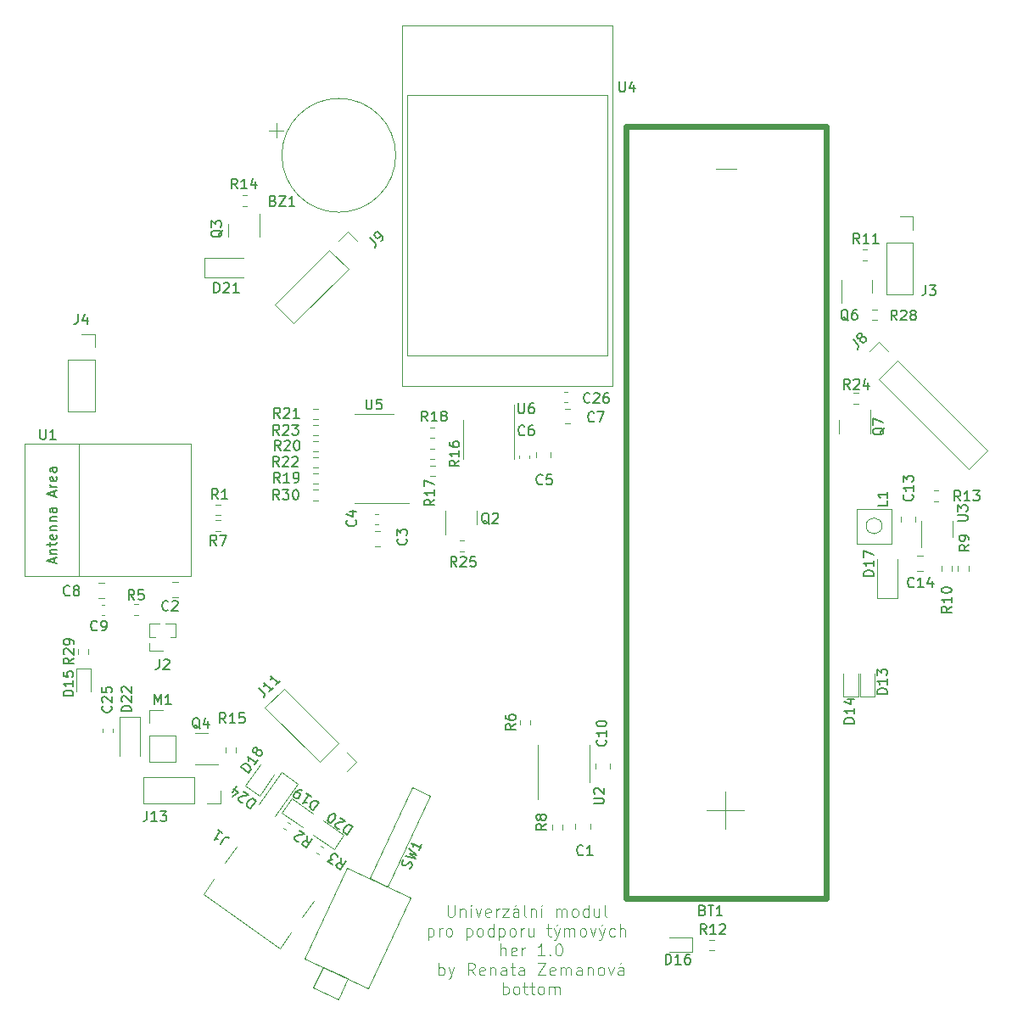
<source format=gto>
G04 #@! TF.GenerationSoftware,KiCad,Pcbnew,6.0.11-2627ca5db0~126~ubuntu20.04.1*
G04 #@! TF.CreationDate,2023-04-28T08:08:20+02:00*
G04 #@! TF.ProjectId,Semafor_bottom,53656d61-666f-4725-9f62-6f74746f6d2e,rev?*
G04 #@! TF.SameCoordinates,Original*
G04 #@! TF.FileFunction,Legend,Top*
G04 #@! TF.FilePolarity,Positive*
%FSLAX46Y46*%
G04 Gerber Fmt 4.6, Leading zero omitted, Abs format (unit mm)*
G04 Created by KiCad (PCBNEW 6.0.11-2627ca5db0~126~ubuntu20.04.1) date 2023-04-28 08:08:20*
%MOMM*%
%LPD*%
G01*
G04 APERTURE LIST*
%ADD10C,0.120000*%
%ADD11C,0.150000*%
%ADD12C,0.050000*%
%ADD13C,0.600000*%
G04 APERTURE END LIST*
D10*
X140457142Y-138312857D02*
X140457142Y-139284285D01*
X140514285Y-139398571D01*
X140571428Y-139455714D01*
X140685714Y-139512857D01*
X140914285Y-139512857D01*
X141028571Y-139455714D01*
X141085714Y-139398571D01*
X141142857Y-139284285D01*
X141142857Y-138312857D01*
X141714285Y-138712857D02*
X141714285Y-139512857D01*
X141714285Y-138827142D02*
X141771428Y-138770000D01*
X141885714Y-138712857D01*
X142057142Y-138712857D01*
X142171428Y-138770000D01*
X142228571Y-138884285D01*
X142228571Y-139512857D01*
X142800000Y-139512857D02*
X142800000Y-138712857D01*
X142800000Y-138312857D02*
X142742857Y-138370000D01*
X142800000Y-138427142D01*
X142857142Y-138370000D01*
X142800000Y-138312857D01*
X142800000Y-138427142D01*
X143257142Y-138712857D02*
X143542857Y-139512857D01*
X143828571Y-138712857D01*
X144742857Y-139455714D02*
X144628571Y-139512857D01*
X144400000Y-139512857D01*
X144285714Y-139455714D01*
X144228571Y-139341428D01*
X144228571Y-138884285D01*
X144285714Y-138770000D01*
X144400000Y-138712857D01*
X144628571Y-138712857D01*
X144742857Y-138770000D01*
X144800000Y-138884285D01*
X144800000Y-138998571D01*
X144228571Y-139112857D01*
X145314285Y-139512857D02*
X145314285Y-138712857D01*
X145314285Y-138941428D02*
X145371428Y-138827142D01*
X145428571Y-138770000D01*
X145542857Y-138712857D01*
X145657142Y-138712857D01*
X145942857Y-138712857D02*
X146571428Y-138712857D01*
X145942857Y-139512857D01*
X146571428Y-139512857D01*
X147542857Y-139512857D02*
X147542857Y-138884285D01*
X147485714Y-138770000D01*
X147371428Y-138712857D01*
X147142857Y-138712857D01*
X147028571Y-138770000D01*
X147542857Y-139455714D02*
X147428571Y-139512857D01*
X147142857Y-139512857D01*
X147028571Y-139455714D01*
X146971428Y-139341428D01*
X146971428Y-139227142D01*
X147028571Y-139112857D01*
X147142857Y-139055714D01*
X147428571Y-139055714D01*
X147542857Y-138998571D01*
X147371428Y-138255714D02*
X147200000Y-138427142D01*
X148285714Y-139512857D02*
X148171428Y-139455714D01*
X148114285Y-139341428D01*
X148114285Y-138312857D01*
X148742857Y-138712857D02*
X148742857Y-139512857D01*
X148742857Y-138827142D02*
X148800000Y-138770000D01*
X148914285Y-138712857D01*
X149085714Y-138712857D01*
X149200000Y-138770000D01*
X149257142Y-138884285D01*
X149257142Y-139512857D01*
X149828571Y-139512857D02*
X149828571Y-138712857D01*
X149942857Y-138255714D02*
X149771428Y-138427142D01*
X151314285Y-139512857D02*
X151314285Y-138712857D01*
X151314285Y-138827142D02*
X151371428Y-138770000D01*
X151485714Y-138712857D01*
X151657142Y-138712857D01*
X151771428Y-138770000D01*
X151828571Y-138884285D01*
X151828571Y-139512857D01*
X151828571Y-138884285D02*
X151885714Y-138770000D01*
X152000000Y-138712857D01*
X152171428Y-138712857D01*
X152285714Y-138770000D01*
X152342857Y-138884285D01*
X152342857Y-139512857D01*
X153085714Y-139512857D02*
X152971428Y-139455714D01*
X152914285Y-139398571D01*
X152857142Y-139284285D01*
X152857142Y-138941428D01*
X152914285Y-138827142D01*
X152971428Y-138770000D01*
X153085714Y-138712857D01*
X153257142Y-138712857D01*
X153371428Y-138770000D01*
X153428571Y-138827142D01*
X153485714Y-138941428D01*
X153485714Y-139284285D01*
X153428571Y-139398571D01*
X153371428Y-139455714D01*
X153257142Y-139512857D01*
X153085714Y-139512857D01*
X154514285Y-139512857D02*
X154514285Y-138312857D01*
X154514285Y-139455714D02*
X154400000Y-139512857D01*
X154171428Y-139512857D01*
X154057142Y-139455714D01*
X154000000Y-139398571D01*
X153942857Y-139284285D01*
X153942857Y-138941428D01*
X154000000Y-138827142D01*
X154057142Y-138770000D01*
X154171428Y-138712857D01*
X154400000Y-138712857D01*
X154514285Y-138770000D01*
X155600000Y-138712857D02*
X155600000Y-139512857D01*
X155085714Y-138712857D02*
X155085714Y-139341428D01*
X155142857Y-139455714D01*
X155257142Y-139512857D01*
X155428571Y-139512857D01*
X155542857Y-139455714D01*
X155600000Y-139398571D01*
X156342857Y-139512857D02*
X156228571Y-139455714D01*
X156171428Y-139341428D01*
X156171428Y-138312857D01*
X138514285Y-140644857D02*
X138514285Y-141844857D01*
X138514285Y-140702000D02*
X138628571Y-140644857D01*
X138857142Y-140644857D01*
X138971428Y-140702000D01*
X139028571Y-140759142D01*
X139085714Y-140873428D01*
X139085714Y-141216285D01*
X139028571Y-141330571D01*
X138971428Y-141387714D01*
X138857142Y-141444857D01*
X138628571Y-141444857D01*
X138514285Y-141387714D01*
X139600000Y-141444857D02*
X139600000Y-140644857D01*
X139600000Y-140873428D02*
X139657142Y-140759142D01*
X139714285Y-140702000D01*
X139828571Y-140644857D01*
X139942857Y-140644857D01*
X140514285Y-141444857D02*
X140400000Y-141387714D01*
X140342857Y-141330571D01*
X140285714Y-141216285D01*
X140285714Y-140873428D01*
X140342857Y-140759142D01*
X140400000Y-140702000D01*
X140514285Y-140644857D01*
X140685714Y-140644857D01*
X140800000Y-140702000D01*
X140857142Y-140759142D01*
X140914285Y-140873428D01*
X140914285Y-141216285D01*
X140857142Y-141330571D01*
X140800000Y-141387714D01*
X140685714Y-141444857D01*
X140514285Y-141444857D01*
X142342857Y-140644857D02*
X142342857Y-141844857D01*
X142342857Y-140702000D02*
X142457142Y-140644857D01*
X142685714Y-140644857D01*
X142800000Y-140702000D01*
X142857142Y-140759142D01*
X142914285Y-140873428D01*
X142914285Y-141216285D01*
X142857142Y-141330571D01*
X142800000Y-141387714D01*
X142685714Y-141444857D01*
X142457142Y-141444857D01*
X142342857Y-141387714D01*
X143600000Y-141444857D02*
X143485714Y-141387714D01*
X143428571Y-141330571D01*
X143371428Y-141216285D01*
X143371428Y-140873428D01*
X143428571Y-140759142D01*
X143485714Y-140702000D01*
X143600000Y-140644857D01*
X143771428Y-140644857D01*
X143885714Y-140702000D01*
X143942857Y-140759142D01*
X144000000Y-140873428D01*
X144000000Y-141216285D01*
X143942857Y-141330571D01*
X143885714Y-141387714D01*
X143771428Y-141444857D01*
X143600000Y-141444857D01*
X145028571Y-141444857D02*
X145028571Y-140244857D01*
X145028571Y-141387714D02*
X144914285Y-141444857D01*
X144685714Y-141444857D01*
X144571428Y-141387714D01*
X144514285Y-141330571D01*
X144457142Y-141216285D01*
X144457142Y-140873428D01*
X144514285Y-140759142D01*
X144571428Y-140702000D01*
X144685714Y-140644857D01*
X144914285Y-140644857D01*
X145028571Y-140702000D01*
X145600000Y-140644857D02*
X145600000Y-141844857D01*
X145600000Y-140702000D02*
X145714285Y-140644857D01*
X145942857Y-140644857D01*
X146057142Y-140702000D01*
X146114285Y-140759142D01*
X146171428Y-140873428D01*
X146171428Y-141216285D01*
X146114285Y-141330571D01*
X146057142Y-141387714D01*
X145942857Y-141444857D01*
X145714285Y-141444857D01*
X145600000Y-141387714D01*
X146857142Y-141444857D02*
X146742857Y-141387714D01*
X146685714Y-141330571D01*
X146628571Y-141216285D01*
X146628571Y-140873428D01*
X146685714Y-140759142D01*
X146742857Y-140702000D01*
X146857142Y-140644857D01*
X147028571Y-140644857D01*
X147142857Y-140702000D01*
X147200000Y-140759142D01*
X147257142Y-140873428D01*
X147257142Y-141216285D01*
X147200000Y-141330571D01*
X147142857Y-141387714D01*
X147028571Y-141444857D01*
X146857142Y-141444857D01*
X147771428Y-141444857D02*
X147771428Y-140644857D01*
X147771428Y-140873428D02*
X147828571Y-140759142D01*
X147885714Y-140702000D01*
X148000000Y-140644857D01*
X148114285Y-140644857D01*
X149028571Y-140644857D02*
X149028571Y-141444857D01*
X148514285Y-140644857D02*
X148514285Y-141273428D01*
X148571428Y-141387714D01*
X148685714Y-141444857D01*
X148857142Y-141444857D01*
X148971428Y-141387714D01*
X149028571Y-141330571D01*
X150342857Y-140644857D02*
X150800000Y-140644857D01*
X150514285Y-140244857D02*
X150514285Y-141273428D01*
X150571428Y-141387714D01*
X150685714Y-141444857D01*
X150800000Y-141444857D01*
X151085714Y-140644857D02*
X151371428Y-141444857D01*
X151657142Y-140644857D02*
X151371428Y-141444857D01*
X151257142Y-141730571D01*
X151200000Y-141787714D01*
X151085714Y-141844857D01*
X151485714Y-140187714D02*
X151314285Y-140359142D01*
X152114285Y-141444857D02*
X152114285Y-140644857D01*
X152114285Y-140759142D02*
X152171428Y-140702000D01*
X152285714Y-140644857D01*
X152457142Y-140644857D01*
X152571428Y-140702000D01*
X152628571Y-140816285D01*
X152628571Y-141444857D01*
X152628571Y-140816285D02*
X152685714Y-140702000D01*
X152800000Y-140644857D01*
X152971428Y-140644857D01*
X153085714Y-140702000D01*
X153142857Y-140816285D01*
X153142857Y-141444857D01*
X153885714Y-141444857D02*
X153771428Y-141387714D01*
X153714285Y-141330571D01*
X153657142Y-141216285D01*
X153657142Y-140873428D01*
X153714285Y-140759142D01*
X153771428Y-140702000D01*
X153885714Y-140644857D01*
X154057142Y-140644857D01*
X154171428Y-140702000D01*
X154228571Y-140759142D01*
X154285714Y-140873428D01*
X154285714Y-141216285D01*
X154228571Y-141330571D01*
X154171428Y-141387714D01*
X154057142Y-141444857D01*
X153885714Y-141444857D01*
X154685714Y-140644857D02*
X154971428Y-141444857D01*
X155257142Y-140644857D01*
X155600000Y-140644857D02*
X155885714Y-141444857D01*
X156171428Y-140644857D02*
X155885714Y-141444857D01*
X155771428Y-141730571D01*
X155714285Y-141787714D01*
X155600000Y-141844857D01*
X156000000Y-140187714D02*
X155828571Y-140359142D01*
X157142857Y-141387714D02*
X157028571Y-141444857D01*
X156800000Y-141444857D01*
X156685714Y-141387714D01*
X156628571Y-141330571D01*
X156571428Y-141216285D01*
X156571428Y-140873428D01*
X156628571Y-140759142D01*
X156685714Y-140702000D01*
X156800000Y-140644857D01*
X157028571Y-140644857D01*
X157142857Y-140702000D01*
X157657142Y-141444857D02*
X157657142Y-140244857D01*
X158171428Y-141444857D02*
X158171428Y-140816285D01*
X158114285Y-140702000D01*
X158000000Y-140644857D01*
X157828571Y-140644857D01*
X157714285Y-140702000D01*
X157657142Y-140759142D01*
X145771428Y-143376857D02*
X145771428Y-142176857D01*
X146285714Y-143376857D02*
X146285714Y-142748285D01*
X146228571Y-142634000D01*
X146114285Y-142576857D01*
X145942857Y-142576857D01*
X145828571Y-142634000D01*
X145771428Y-142691142D01*
X147314285Y-143319714D02*
X147200000Y-143376857D01*
X146971428Y-143376857D01*
X146857142Y-143319714D01*
X146800000Y-143205428D01*
X146800000Y-142748285D01*
X146857142Y-142634000D01*
X146971428Y-142576857D01*
X147200000Y-142576857D01*
X147314285Y-142634000D01*
X147371428Y-142748285D01*
X147371428Y-142862571D01*
X146800000Y-142976857D01*
X147885714Y-143376857D02*
X147885714Y-142576857D01*
X147885714Y-142805428D02*
X147942857Y-142691142D01*
X148000000Y-142634000D01*
X148114285Y-142576857D01*
X148228571Y-142576857D01*
X150171428Y-143376857D02*
X149485714Y-143376857D01*
X149828571Y-143376857D02*
X149828571Y-142176857D01*
X149714285Y-142348285D01*
X149600000Y-142462571D01*
X149485714Y-142519714D01*
X150685714Y-143262571D02*
X150742857Y-143319714D01*
X150685714Y-143376857D01*
X150628571Y-143319714D01*
X150685714Y-143262571D01*
X150685714Y-143376857D01*
X151485714Y-142176857D02*
X151600000Y-142176857D01*
X151714285Y-142234000D01*
X151771428Y-142291142D01*
X151828571Y-142405428D01*
X151885714Y-142634000D01*
X151885714Y-142919714D01*
X151828571Y-143148285D01*
X151771428Y-143262571D01*
X151714285Y-143319714D01*
X151600000Y-143376857D01*
X151485714Y-143376857D01*
X151371428Y-143319714D01*
X151314285Y-143262571D01*
X151257142Y-143148285D01*
X151200000Y-142919714D01*
X151200000Y-142634000D01*
X151257142Y-142405428D01*
X151314285Y-142291142D01*
X151371428Y-142234000D01*
X151485714Y-142176857D01*
X139571428Y-145308857D02*
X139571428Y-144108857D01*
X139571428Y-144566000D02*
X139685714Y-144508857D01*
X139914285Y-144508857D01*
X140028571Y-144566000D01*
X140085714Y-144623142D01*
X140142857Y-144737428D01*
X140142857Y-145080285D01*
X140085714Y-145194571D01*
X140028571Y-145251714D01*
X139914285Y-145308857D01*
X139685714Y-145308857D01*
X139571428Y-145251714D01*
X140542857Y-144508857D02*
X140828571Y-145308857D01*
X141114285Y-144508857D02*
X140828571Y-145308857D01*
X140714285Y-145594571D01*
X140657142Y-145651714D01*
X140542857Y-145708857D01*
X143171428Y-145308857D02*
X142771428Y-144737428D01*
X142485714Y-145308857D02*
X142485714Y-144108857D01*
X142942857Y-144108857D01*
X143057142Y-144166000D01*
X143114285Y-144223142D01*
X143171428Y-144337428D01*
X143171428Y-144508857D01*
X143114285Y-144623142D01*
X143057142Y-144680285D01*
X142942857Y-144737428D01*
X142485714Y-144737428D01*
X144142857Y-145251714D02*
X144028571Y-145308857D01*
X143800000Y-145308857D01*
X143685714Y-145251714D01*
X143628571Y-145137428D01*
X143628571Y-144680285D01*
X143685714Y-144566000D01*
X143800000Y-144508857D01*
X144028571Y-144508857D01*
X144142857Y-144566000D01*
X144200000Y-144680285D01*
X144200000Y-144794571D01*
X143628571Y-144908857D01*
X144714285Y-144508857D02*
X144714285Y-145308857D01*
X144714285Y-144623142D02*
X144771428Y-144566000D01*
X144885714Y-144508857D01*
X145057142Y-144508857D01*
X145171428Y-144566000D01*
X145228571Y-144680285D01*
X145228571Y-145308857D01*
X146314285Y-145308857D02*
X146314285Y-144680285D01*
X146257142Y-144566000D01*
X146142857Y-144508857D01*
X145914285Y-144508857D01*
X145800000Y-144566000D01*
X146314285Y-145251714D02*
X146200000Y-145308857D01*
X145914285Y-145308857D01*
X145800000Y-145251714D01*
X145742857Y-145137428D01*
X145742857Y-145023142D01*
X145800000Y-144908857D01*
X145914285Y-144851714D01*
X146200000Y-144851714D01*
X146314285Y-144794571D01*
X146714285Y-144508857D02*
X147171428Y-144508857D01*
X146885714Y-144108857D02*
X146885714Y-145137428D01*
X146942857Y-145251714D01*
X147057142Y-145308857D01*
X147171428Y-145308857D01*
X148085714Y-145308857D02*
X148085714Y-144680285D01*
X148028571Y-144566000D01*
X147914285Y-144508857D01*
X147685714Y-144508857D01*
X147571428Y-144566000D01*
X148085714Y-145251714D02*
X147971428Y-145308857D01*
X147685714Y-145308857D01*
X147571428Y-145251714D01*
X147514285Y-145137428D01*
X147514285Y-145023142D01*
X147571428Y-144908857D01*
X147685714Y-144851714D01*
X147971428Y-144851714D01*
X148085714Y-144794571D01*
X149457142Y-144108857D02*
X150257142Y-144108857D01*
X149457142Y-145308857D01*
X150257142Y-145308857D01*
X151171428Y-145251714D02*
X151057142Y-145308857D01*
X150828571Y-145308857D01*
X150714285Y-145251714D01*
X150657142Y-145137428D01*
X150657142Y-144680285D01*
X150714285Y-144566000D01*
X150828571Y-144508857D01*
X151057142Y-144508857D01*
X151171428Y-144566000D01*
X151228571Y-144680285D01*
X151228571Y-144794571D01*
X150657142Y-144908857D01*
X151742857Y-145308857D02*
X151742857Y-144508857D01*
X151742857Y-144623142D02*
X151800000Y-144566000D01*
X151914285Y-144508857D01*
X152085714Y-144508857D01*
X152200000Y-144566000D01*
X152257142Y-144680285D01*
X152257142Y-145308857D01*
X152257142Y-144680285D02*
X152314285Y-144566000D01*
X152428571Y-144508857D01*
X152600000Y-144508857D01*
X152714285Y-144566000D01*
X152771428Y-144680285D01*
X152771428Y-145308857D01*
X153857142Y-145308857D02*
X153857142Y-144680285D01*
X153800000Y-144566000D01*
X153685714Y-144508857D01*
X153457142Y-144508857D01*
X153342857Y-144566000D01*
X153857142Y-145251714D02*
X153742857Y-145308857D01*
X153457142Y-145308857D01*
X153342857Y-145251714D01*
X153285714Y-145137428D01*
X153285714Y-145023142D01*
X153342857Y-144908857D01*
X153457142Y-144851714D01*
X153742857Y-144851714D01*
X153857142Y-144794571D01*
X154428571Y-144508857D02*
X154428571Y-145308857D01*
X154428571Y-144623142D02*
X154485714Y-144566000D01*
X154600000Y-144508857D01*
X154771428Y-144508857D01*
X154885714Y-144566000D01*
X154942857Y-144680285D01*
X154942857Y-145308857D01*
X155685714Y-145308857D02*
X155571428Y-145251714D01*
X155514285Y-145194571D01*
X155457142Y-145080285D01*
X155457142Y-144737428D01*
X155514285Y-144623142D01*
X155571428Y-144566000D01*
X155685714Y-144508857D01*
X155857142Y-144508857D01*
X155971428Y-144566000D01*
X156028571Y-144623142D01*
X156085714Y-144737428D01*
X156085714Y-145080285D01*
X156028571Y-145194571D01*
X155971428Y-145251714D01*
X155857142Y-145308857D01*
X155685714Y-145308857D01*
X156485714Y-144508857D02*
X156771428Y-145308857D01*
X157057142Y-144508857D01*
X158028571Y-145308857D02*
X158028571Y-144680285D01*
X157971428Y-144566000D01*
X157857142Y-144508857D01*
X157628571Y-144508857D01*
X157514285Y-144566000D01*
X158028571Y-145251714D02*
X157914285Y-145308857D01*
X157628571Y-145308857D01*
X157514285Y-145251714D01*
X157457142Y-145137428D01*
X157457142Y-145023142D01*
X157514285Y-144908857D01*
X157628571Y-144851714D01*
X157914285Y-144851714D01*
X158028571Y-144794571D01*
X157857142Y-144051714D02*
X157685714Y-144223142D01*
X145971428Y-147240857D02*
X145971428Y-146040857D01*
X145971428Y-146498000D02*
X146085714Y-146440857D01*
X146314285Y-146440857D01*
X146428571Y-146498000D01*
X146485714Y-146555142D01*
X146542857Y-146669428D01*
X146542857Y-147012285D01*
X146485714Y-147126571D01*
X146428571Y-147183714D01*
X146314285Y-147240857D01*
X146085714Y-147240857D01*
X145971428Y-147183714D01*
X147228571Y-147240857D02*
X147114285Y-147183714D01*
X147057142Y-147126571D01*
X147000000Y-147012285D01*
X147000000Y-146669428D01*
X147057142Y-146555142D01*
X147114285Y-146498000D01*
X147228571Y-146440857D01*
X147400000Y-146440857D01*
X147514285Y-146498000D01*
X147571428Y-146555142D01*
X147628571Y-146669428D01*
X147628571Y-147012285D01*
X147571428Y-147126571D01*
X147514285Y-147183714D01*
X147400000Y-147240857D01*
X147228571Y-147240857D01*
X147971428Y-146440857D02*
X148428571Y-146440857D01*
X148142857Y-146040857D02*
X148142857Y-147069428D01*
X148200000Y-147183714D01*
X148314285Y-147240857D01*
X148428571Y-147240857D01*
X148657142Y-146440857D02*
X149114285Y-146440857D01*
X148828571Y-146040857D02*
X148828571Y-147069428D01*
X148885714Y-147183714D01*
X149000000Y-147240857D01*
X149114285Y-147240857D01*
X149685714Y-147240857D02*
X149571428Y-147183714D01*
X149514285Y-147126571D01*
X149457142Y-147012285D01*
X149457142Y-146669428D01*
X149514285Y-146555142D01*
X149571428Y-146498000D01*
X149685714Y-146440857D01*
X149857142Y-146440857D01*
X149971428Y-146498000D01*
X150028571Y-146555142D01*
X150085714Y-146669428D01*
X150085714Y-147012285D01*
X150028571Y-147126571D01*
X149971428Y-147183714D01*
X149857142Y-147240857D01*
X149685714Y-147240857D01*
X150600000Y-147240857D02*
X150600000Y-146440857D01*
X150600000Y-146555142D02*
X150657142Y-146498000D01*
X150771428Y-146440857D01*
X150942857Y-146440857D01*
X151057142Y-146498000D01*
X151114285Y-146612285D01*
X151114285Y-147240857D01*
X151114285Y-146612285D02*
X151171428Y-146498000D01*
X151285714Y-146440857D01*
X151457142Y-146440857D01*
X151571428Y-146498000D01*
X151628571Y-146612285D01*
X151628571Y-147240857D01*
D11*
G04 #@! TO.C,R11*
X181557142Y-72289880D02*
X181223809Y-71813690D01*
X180985714Y-72289880D02*
X180985714Y-71289880D01*
X181366666Y-71289880D01*
X181461904Y-71337500D01*
X181509523Y-71385119D01*
X181557142Y-71480357D01*
X181557142Y-71623214D01*
X181509523Y-71718452D01*
X181461904Y-71766071D01*
X181366666Y-71813690D01*
X180985714Y-71813690D01*
X182509523Y-72289880D02*
X181938095Y-72289880D01*
X182223809Y-72289880D02*
X182223809Y-71289880D01*
X182128571Y-71432738D01*
X182033333Y-71527976D01*
X181938095Y-71575595D01*
X183461904Y-72289880D02*
X182890476Y-72289880D01*
X183176190Y-72289880D02*
X183176190Y-71289880D01*
X183080952Y-71432738D01*
X182985714Y-71527976D01*
X182890476Y-71575595D01*
G04 #@! TO.C,BZ1*
X123041547Y-68028571D02*
X123184404Y-68076190D01*
X123232023Y-68123809D01*
X123279642Y-68219047D01*
X123279642Y-68361904D01*
X123232023Y-68457142D01*
X123184404Y-68504761D01*
X123089166Y-68552380D01*
X122708214Y-68552380D01*
X122708214Y-67552380D01*
X123041547Y-67552380D01*
X123136785Y-67600000D01*
X123184404Y-67647619D01*
X123232023Y-67742857D01*
X123232023Y-67838095D01*
X123184404Y-67933333D01*
X123136785Y-67980952D01*
X123041547Y-68028571D01*
X122708214Y-68028571D01*
X123612976Y-67552380D02*
X124279642Y-67552380D01*
X123612976Y-68552380D01*
X124279642Y-68552380D01*
X125184404Y-68552380D02*
X124612976Y-68552380D01*
X124898690Y-68552380D02*
X124898690Y-67552380D01*
X124803452Y-67695238D01*
X124708214Y-67790476D01*
X124612976Y-67838095D01*
G04 #@! TO.C,J4*
X103566666Y-79342380D02*
X103566666Y-80056666D01*
X103519047Y-80199523D01*
X103423809Y-80294761D01*
X103280952Y-80342380D01*
X103185714Y-80342380D01*
X104471428Y-79675714D02*
X104471428Y-80342380D01*
X104233333Y-79294761D02*
X103995238Y-80009047D01*
X104614285Y-80009047D01*
G04 #@! TO.C,J3*
X188166666Y-76452380D02*
X188166666Y-77166666D01*
X188119047Y-77309523D01*
X188023809Y-77404761D01*
X187880952Y-77452380D01*
X187785714Y-77452380D01*
X188547619Y-76452380D02*
X189166666Y-76452380D01*
X188833333Y-76833333D01*
X188976190Y-76833333D01*
X189071428Y-76880952D01*
X189119047Y-76928571D01*
X189166666Y-77023809D01*
X189166666Y-77261904D01*
X189119047Y-77357142D01*
X189071428Y-77404761D01*
X188976190Y-77452380D01*
X188690476Y-77452380D01*
X188595238Y-77404761D01*
X188547619Y-77357142D01*
G04 #@! TO.C,R12*
X166288392Y-141227380D02*
X165955059Y-140751190D01*
X165716964Y-141227380D02*
X165716964Y-140227380D01*
X166097916Y-140227380D01*
X166193154Y-140275000D01*
X166240773Y-140322619D01*
X166288392Y-140417857D01*
X166288392Y-140560714D01*
X166240773Y-140655952D01*
X166193154Y-140703571D01*
X166097916Y-140751190D01*
X165716964Y-140751190D01*
X167240773Y-141227380D02*
X166669345Y-141227380D01*
X166955059Y-141227380D02*
X166955059Y-140227380D01*
X166859821Y-140370238D01*
X166764583Y-140465476D01*
X166669345Y-140513095D01*
X167621726Y-140322619D02*
X167669345Y-140275000D01*
X167764583Y-140227380D01*
X168002678Y-140227380D01*
X168097916Y-140275000D01*
X168145535Y-140322619D01*
X168193154Y-140417857D01*
X168193154Y-140513095D01*
X168145535Y-140655952D01*
X167574107Y-141227380D01*
X168193154Y-141227380D01*
G04 #@! TO.C,D13*
X184332380Y-117254285D02*
X183332380Y-117254285D01*
X183332380Y-117016190D01*
X183380000Y-116873333D01*
X183475238Y-116778095D01*
X183570476Y-116730476D01*
X183760952Y-116682857D01*
X183903809Y-116682857D01*
X184094285Y-116730476D01*
X184189523Y-116778095D01*
X184284761Y-116873333D01*
X184332380Y-117016190D01*
X184332380Y-117254285D01*
X184332380Y-115730476D02*
X184332380Y-116301904D01*
X184332380Y-116016190D02*
X183332380Y-116016190D01*
X183475238Y-116111428D01*
X183570476Y-116206666D01*
X183618095Y-116301904D01*
X183332380Y-115397142D02*
X183332380Y-114778095D01*
X183713333Y-115111428D01*
X183713333Y-114968571D01*
X183760952Y-114873333D01*
X183808571Y-114825714D01*
X183903809Y-114778095D01*
X184141904Y-114778095D01*
X184237142Y-114825714D01*
X184284761Y-114873333D01*
X184332380Y-114968571D01*
X184332380Y-115254285D01*
X184284761Y-115349523D01*
X184237142Y-115397142D01*
G04 #@! TO.C,D15*
X103102380Y-117464285D02*
X102102380Y-117464285D01*
X102102380Y-117226190D01*
X102150000Y-117083333D01*
X102245238Y-116988095D01*
X102340476Y-116940476D01*
X102530952Y-116892857D01*
X102673809Y-116892857D01*
X102864285Y-116940476D01*
X102959523Y-116988095D01*
X103054761Y-117083333D01*
X103102380Y-117226190D01*
X103102380Y-117464285D01*
X103102380Y-115940476D02*
X103102380Y-116511904D01*
X103102380Y-116226190D02*
X102102380Y-116226190D01*
X102245238Y-116321428D01*
X102340476Y-116416666D01*
X102388095Y-116511904D01*
X102102380Y-115035714D02*
X102102380Y-115511904D01*
X102578571Y-115559523D01*
X102530952Y-115511904D01*
X102483333Y-115416666D01*
X102483333Y-115178571D01*
X102530952Y-115083333D01*
X102578571Y-115035714D01*
X102673809Y-114988095D01*
X102911904Y-114988095D01*
X103007142Y-115035714D01*
X103054761Y-115083333D01*
X103102380Y-115178571D01*
X103102380Y-115416666D01*
X103054761Y-115511904D01*
X103007142Y-115559523D01*
G04 #@! TO.C,R15*
X118307142Y-120152380D02*
X117973809Y-119676190D01*
X117735714Y-120152380D02*
X117735714Y-119152380D01*
X118116666Y-119152380D01*
X118211904Y-119200000D01*
X118259523Y-119247619D01*
X118307142Y-119342857D01*
X118307142Y-119485714D01*
X118259523Y-119580952D01*
X118211904Y-119628571D01*
X118116666Y-119676190D01*
X117735714Y-119676190D01*
X119259523Y-120152380D02*
X118688095Y-120152380D01*
X118973809Y-120152380D02*
X118973809Y-119152380D01*
X118878571Y-119295238D01*
X118783333Y-119390476D01*
X118688095Y-119438095D01*
X120164285Y-119152380D02*
X119688095Y-119152380D01*
X119640476Y-119628571D01*
X119688095Y-119580952D01*
X119783333Y-119533333D01*
X120021428Y-119533333D01*
X120116666Y-119580952D01*
X120164285Y-119628571D01*
X120211904Y-119723809D01*
X120211904Y-119961904D01*
X120164285Y-120057142D01*
X120116666Y-120104761D01*
X120021428Y-120152380D01*
X119783333Y-120152380D01*
X119688095Y-120104761D01*
X119640476Y-120057142D01*
G04 #@! TO.C,J2*
X111683411Y-113799862D02*
X111683411Y-114514148D01*
X111635792Y-114657005D01*
X111540554Y-114752243D01*
X111397697Y-114799862D01*
X111302459Y-114799862D01*
X112111983Y-113895101D02*
X112159602Y-113847482D01*
X112254840Y-113799862D01*
X112492935Y-113799862D01*
X112588173Y-113847482D01*
X112635792Y-113895101D01*
X112683411Y-113990339D01*
X112683411Y-114085577D01*
X112635792Y-114228434D01*
X112064364Y-114799862D01*
X112683411Y-114799862D01*
G04 #@! TO.C,R8*
X150302380Y-130216666D02*
X149826190Y-130550000D01*
X150302380Y-130788095D02*
X149302380Y-130788095D01*
X149302380Y-130407142D01*
X149350000Y-130311904D01*
X149397619Y-130264285D01*
X149492857Y-130216666D01*
X149635714Y-130216666D01*
X149730952Y-130264285D01*
X149778571Y-130311904D01*
X149826190Y-130407142D01*
X149826190Y-130788095D01*
X149730952Y-129645238D02*
X149683333Y-129740476D01*
X149635714Y-129788095D01*
X149540476Y-129835714D01*
X149492857Y-129835714D01*
X149397619Y-129788095D01*
X149350000Y-129740476D01*
X149302380Y-129645238D01*
X149302380Y-129454761D01*
X149350000Y-129359523D01*
X149397619Y-129311904D01*
X149492857Y-129264285D01*
X149540476Y-129264285D01*
X149635714Y-129311904D01*
X149683333Y-129359523D01*
X149730952Y-129454761D01*
X149730952Y-129645238D01*
X149778571Y-129740476D01*
X149826190Y-129788095D01*
X149921428Y-129835714D01*
X150111904Y-129835714D01*
X150207142Y-129788095D01*
X150254761Y-129740476D01*
X150302380Y-129645238D01*
X150302380Y-129454761D01*
X150254761Y-129359523D01*
X150207142Y-129311904D01*
X150111904Y-129264285D01*
X149921428Y-129264285D01*
X149826190Y-129311904D01*
X149778571Y-129359523D01*
X149730952Y-129454761D01*
G04 #@! TO.C,U2*
X155052380Y-128211904D02*
X155861904Y-128211904D01*
X155957142Y-128164285D01*
X156004761Y-128116666D01*
X156052380Y-128021428D01*
X156052380Y-127830952D01*
X156004761Y-127735714D01*
X155957142Y-127688095D01*
X155861904Y-127640476D01*
X155052380Y-127640476D01*
X155147619Y-127211904D02*
X155100000Y-127164285D01*
X155052380Y-127069047D01*
X155052380Y-126830952D01*
X155100000Y-126735714D01*
X155147619Y-126688095D01*
X155242857Y-126640476D01*
X155338095Y-126640476D01*
X155480952Y-126688095D01*
X156052380Y-127259523D01*
X156052380Y-126640476D01*
G04 #@! TO.C,R16*
X141624880Y-93942857D02*
X141148690Y-94276190D01*
X141624880Y-94514285D02*
X140624880Y-94514285D01*
X140624880Y-94133333D01*
X140672500Y-94038095D01*
X140720119Y-93990476D01*
X140815357Y-93942857D01*
X140958214Y-93942857D01*
X141053452Y-93990476D01*
X141101071Y-94038095D01*
X141148690Y-94133333D01*
X141148690Y-94514285D01*
X141624880Y-92990476D02*
X141624880Y-93561904D01*
X141624880Y-93276190D02*
X140624880Y-93276190D01*
X140767738Y-93371428D01*
X140862976Y-93466666D01*
X140910595Y-93561904D01*
X140624880Y-92133333D02*
X140624880Y-92323809D01*
X140672500Y-92419047D01*
X140720119Y-92466666D01*
X140862976Y-92561904D01*
X141053452Y-92609523D01*
X141434404Y-92609523D01*
X141529642Y-92561904D01*
X141577261Y-92514285D01*
X141624880Y-92419047D01*
X141624880Y-92228571D01*
X141577261Y-92133333D01*
X141529642Y-92085714D01*
X141434404Y-92038095D01*
X141196309Y-92038095D01*
X141101071Y-92085714D01*
X141053452Y-92133333D01*
X141005833Y-92228571D01*
X141005833Y-92419047D01*
X141053452Y-92514285D01*
X141101071Y-92561904D01*
X141196309Y-92609523D01*
G04 #@! TO.C,C13*
X186832142Y-97367857D02*
X186879761Y-97415476D01*
X186927380Y-97558333D01*
X186927380Y-97653571D01*
X186879761Y-97796428D01*
X186784523Y-97891666D01*
X186689285Y-97939285D01*
X186498809Y-97986904D01*
X186355952Y-97986904D01*
X186165476Y-97939285D01*
X186070238Y-97891666D01*
X185975000Y-97796428D01*
X185927380Y-97653571D01*
X185927380Y-97558333D01*
X185975000Y-97415476D01*
X186022619Y-97367857D01*
X186927380Y-96415476D02*
X186927380Y-96986904D01*
X186927380Y-96701190D02*
X185927380Y-96701190D01*
X186070238Y-96796428D01*
X186165476Y-96891666D01*
X186213095Y-96986904D01*
X185927380Y-96082142D02*
X185927380Y-95463095D01*
X186308333Y-95796428D01*
X186308333Y-95653571D01*
X186355952Y-95558333D01*
X186403571Y-95510714D01*
X186498809Y-95463095D01*
X186736904Y-95463095D01*
X186832142Y-95510714D01*
X186879761Y-95558333D01*
X186927380Y-95653571D01*
X186927380Y-95939285D01*
X186879761Y-96034523D01*
X186832142Y-96082142D01*
G04 #@! TO.C,D21*
X117154812Y-77203433D02*
X117154812Y-76203433D01*
X117392907Y-76203433D01*
X117535764Y-76251053D01*
X117631002Y-76346291D01*
X117678621Y-76441529D01*
X117726240Y-76632005D01*
X117726240Y-76774862D01*
X117678621Y-76965338D01*
X117631002Y-77060576D01*
X117535764Y-77155814D01*
X117392907Y-77203433D01*
X117154812Y-77203433D01*
X118107193Y-76298672D02*
X118154812Y-76251053D01*
X118250050Y-76203433D01*
X118488145Y-76203433D01*
X118583383Y-76251053D01*
X118631002Y-76298672D01*
X118678621Y-76393910D01*
X118678621Y-76489148D01*
X118631002Y-76632005D01*
X118059574Y-77203433D01*
X118678621Y-77203433D01*
X119631002Y-77203433D02*
X119059574Y-77203433D01*
X119345288Y-77203433D02*
X119345288Y-76203433D01*
X119250050Y-76346291D01*
X119154812Y-76441529D01*
X119059574Y-76489148D01*
G04 #@! TO.C,R22*
X123607856Y-94552380D02*
X123274523Y-94076190D01*
X123036428Y-94552380D02*
X123036428Y-93552380D01*
X123417380Y-93552380D01*
X123512618Y-93600000D01*
X123560237Y-93647619D01*
X123607856Y-93742857D01*
X123607856Y-93885714D01*
X123560237Y-93980952D01*
X123512618Y-94028571D01*
X123417380Y-94076190D01*
X123036428Y-94076190D01*
X123988809Y-93647619D02*
X124036428Y-93600000D01*
X124131666Y-93552380D01*
X124369761Y-93552380D01*
X124464999Y-93600000D01*
X124512618Y-93647619D01*
X124560237Y-93742857D01*
X124560237Y-93838095D01*
X124512618Y-93980952D01*
X123941190Y-94552380D01*
X124560237Y-94552380D01*
X124941190Y-93647619D02*
X124988809Y-93600000D01*
X125084047Y-93552380D01*
X125322142Y-93552380D01*
X125417380Y-93600000D01*
X125464999Y-93647619D01*
X125512618Y-93742857D01*
X125512618Y-93838095D01*
X125464999Y-93980952D01*
X124893571Y-94552380D01*
X125512618Y-94552380D01*
G04 #@! TO.C,J8*
X180918386Y-81889791D02*
X181423462Y-82394867D01*
X181490806Y-82529554D01*
X181490806Y-82664241D01*
X181423462Y-82798928D01*
X181356119Y-82866271D01*
X181659165Y-81755104D02*
X181558149Y-81788775D01*
X181490806Y-81788775D01*
X181389791Y-81755104D01*
X181356119Y-81721432D01*
X181322447Y-81620417D01*
X181322447Y-81553073D01*
X181356119Y-81452058D01*
X181490806Y-81317371D01*
X181591821Y-81283699D01*
X181659165Y-81283699D01*
X181760180Y-81317371D01*
X181793852Y-81351043D01*
X181827523Y-81452058D01*
X181827523Y-81519401D01*
X181793852Y-81620417D01*
X181659165Y-81755104D01*
X181625493Y-81856119D01*
X181625493Y-81923462D01*
X181659165Y-82024478D01*
X181793852Y-82159165D01*
X181894867Y-82192836D01*
X181962210Y-82192836D01*
X182063226Y-82159165D01*
X182197913Y-82024478D01*
X182231584Y-81923462D01*
X182231584Y-81856119D01*
X182197913Y-81755104D01*
X182063226Y-81620417D01*
X181962210Y-81586745D01*
X181894867Y-81586745D01*
X181793852Y-81620417D01*
G04 #@! TO.C,C4*
X131257142Y-99916666D02*
X131304761Y-99964285D01*
X131352380Y-100107142D01*
X131352380Y-100202380D01*
X131304761Y-100345238D01*
X131209523Y-100440476D01*
X131114285Y-100488095D01*
X130923809Y-100535714D01*
X130780952Y-100535714D01*
X130590476Y-100488095D01*
X130495238Y-100440476D01*
X130400000Y-100345238D01*
X130352380Y-100202380D01*
X130352380Y-100107142D01*
X130400000Y-99964285D01*
X130447619Y-99916666D01*
X130685714Y-99059523D02*
X131352380Y-99059523D01*
X130304761Y-99297619D02*
X131019047Y-99535714D01*
X131019047Y-98916666D01*
G04 #@! TO.C,U3*
X191352380Y-99974404D02*
X192161904Y-99974404D01*
X192257142Y-99926785D01*
X192304761Y-99879166D01*
X192352380Y-99783928D01*
X192352380Y-99593452D01*
X192304761Y-99498214D01*
X192257142Y-99450595D01*
X192161904Y-99402976D01*
X191352380Y-99402976D01*
X191352380Y-99022023D02*
X191352380Y-98402976D01*
X191733333Y-98736309D01*
X191733333Y-98593452D01*
X191780952Y-98498214D01*
X191828571Y-98450595D01*
X191923809Y-98402976D01*
X192161904Y-98402976D01*
X192257142Y-98450595D01*
X192304761Y-98498214D01*
X192352380Y-98593452D01*
X192352380Y-98879166D01*
X192304761Y-98974404D01*
X192257142Y-99022023D01*
G04 #@! TO.C,D18*
X120629729Y-125102894D02*
X119810577Y-124529318D01*
X119947142Y-124334282D01*
X120068089Y-124244573D01*
X120200730Y-124221185D01*
X120306058Y-124236804D01*
X120489400Y-124307049D01*
X120606421Y-124388989D01*
X120735137Y-124537249D01*
X120785839Y-124630882D01*
X120809227Y-124763523D01*
X120766294Y-124907858D01*
X120629729Y-125102894D01*
X121503750Y-123854662D02*
X121175992Y-124322749D01*
X121339871Y-124088706D02*
X120520719Y-123515129D01*
X120583114Y-123675083D01*
X120606502Y-123807724D01*
X120590883Y-123913052D01*
X121363421Y-123058818D02*
X121269787Y-123109519D01*
X121203467Y-123121213D01*
X121098139Y-123105594D01*
X121059132Y-123078281D01*
X121008431Y-122984647D01*
X120996737Y-122918327D01*
X121012356Y-122812999D01*
X121121608Y-122656970D01*
X121215242Y-122606269D01*
X121281562Y-122594575D01*
X121386890Y-122610194D01*
X121425897Y-122637507D01*
X121476599Y-122731141D01*
X121488293Y-122797461D01*
X121472674Y-122902789D01*
X121363421Y-123058818D01*
X121347802Y-123164145D01*
X121359496Y-123230466D01*
X121410197Y-123324099D01*
X121566226Y-123433352D01*
X121671554Y-123448971D01*
X121737874Y-123437277D01*
X121831508Y-123386576D01*
X121940760Y-123230547D01*
X121956380Y-123125219D01*
X121944685Y-123058899D01*
X121893984Y-122965265D01*
X121737955Y-122856012D01*
X121632628Y-122840393D01*
X121566307Y-122852087D01*
X121472674Y-122902789D01*
G04 #@! TO.C,D24*
X121320421Y-127885648D02*
X120746845Y-128704800D01*
X120551809Y-128568235D01*
X120462100Y-128447288D01*
X120438712Y-128314647D01*
X120454331Y-128209319D01*
X120524576Y-128025977D01*
X120606516Y-127908956D01*
X120754776Y-127780240D01*
X120848409Y-127729538D01*
X120981050Y-127706150D01*
X121125385Y-127749083D01*
X121320421Y-127885648D01*
X120021326Y-128080523D02*
X119955006Y-128092217D01*
X119849678Y-128076598D01*
X119654642Y-127940032D01*
X119603941Y-127846398D01*
X119592247Y-127780078D01*
X119607866Y-127674750D01*
X119662492Y-127596736D01*
X119783439Y-127507027D01*
X120579284Y-127366698D01*
X120072189Y-127011627D01*
X118987675Y-127066092D02*
X119370059Y-126519990D01*
X118964206Y-127514715D02*
X119568939Y-127066173D01*
X119061845Y-126711101D01*
G04 #@! TO.C,C6*
X148133333Y-91357142D02*
X148085714Y-91404761D01*
X147942857Y-91452380D01*
X147847619Y-91452380D01*
X147704761Y-91404761D01*
X147609523Y-91309523D01*
X147561904Y-91214285D01*
X147514285Y-91023809D01*
X147514285Y-90880952D01*
X147561904Y-90690476D01*
X147609523Y-90595238D01*
X147704761Y-90500000D01*
X147847619Y-90452380D01*
X147942857Y-90452380D01*
X148085714Y-90500000D01*
X148133333Y-90547619D01*
X148990476Y-90452380D02*
X148800000Y-90452380D01*
X148704761Y-90500000D01*
X148657142Y-90547619D01*
X148561904Y-90690476D01*
X148514285Y-90880952D01*
X148514285Y-91261904D01*
X148561904Y-91357142D01*
X148609523Y-91404761D01*
X148704761Y-91452380D01*
X148895238Y-91452380D01*
X148990476Y-91404761D01*
X149038095Y-91357142D01*
X149085714Y-91261904D01*
X149085714Y-91023809D01*
X149038095Y-90928571D01*
X148990476Y-90880952D01*
X148895238Y-90833333D01*
X148704761Y-90833333D01*
X148609523Y-90880952D01*
X148561904Y-90928571D01*
X148514285Y-91023809D01*
G04 #@! TO.C,Q6*
X180454761Y-79997619D02*
X180359523Y-79950000D01*
X180264285Y-79854761D01*
X180121428Y-79711904D01*
X180026190Y-79664285D01*
X179930952Y-79664285D01*
X179978571Y-79902380D02*
X179883333Y-79854761D01*
X179788095Y-79759523D01*
X179740476Y-79569047D01*
X179740476Y-79235714D01*
X179788095Y-79045238D01*
X179883333Y-78950000D01*
X179978571Y-78902380D01*
X180169047Y-78902380D01*
X180264285Y-78950000D01*
X180359523Y-79045238D01*
X180407142Y-79235714D01*
X180407142Y-79569047D01*
X180359523Y-79759523D01*
X180264285Y-79854761D01*
X180169047Y-79902380D01*
X179978571Y-79902380D01*
X181264285Y-78902380D02*
X181073809Y-78902380D01*
X180978571Y-78950000D01*
X180930952Y-78997619D01*
X180835714Y-79140476D01*
X180788095Y-79330952D01*
X180788095Y-79711904D01*
X180835714Y-79807142D01*
X180883333Y-79854761D01*
X180978571Y-79902380D01*
X181169047Y-79902380D01*
X181264285Y-79854761D01*
X181311904Y-79807142D01*
X181359523Y-79711904D01*
X181359523Y-79473809D01*
X181311904Y-79378571D01*
X181264285Y-79330952D01*
X181169047Y-79283333D01*
X180978571Y-79283333D01*
X180883333Y-79330952D01*
X180835714Y-79378571D01*
X180788095Y-79473809D01*
G04 #@! TO.C,C14*
X187007142Y-106532142D02*
X186959523Y-106579761D01*
X186816666Y-106627380D01*
X186721428Y-106627380D01*
X186578571Y-106579761D01*
X186483333Y-106484523D01*
X186435714Y-106389285D01*
X186388095Y-106198809D01*
X186388095Y-106055952D01*
X186435714Y-105865476D01*
X186483333Y-105770238D01*
X186578571Y-105675000D01*
X186721428Y-105627380D01*
X186816666Y-105627380D01*
X186959523Y-105675000D01*
X187007142Y-105722619D01*
X187959523Y-106627380D02*
X187388095Y-106627380D01*
X187673809Y-106627380D02*
X187673809Y-105627380D01*
X187578571Y-105770238D01*
X187483333Y-105865476D01*
X187388095Y-105913095D01*
X188816666Y-105960714D02*
X188816666Y-106627380D01*
X188578571Y-105579761D02*
X188340476Y-106294047D01*
X188959523Y-106294047D01*
G04 #@! TO.C,C3*
X136307142Y-101766666D02*
X136354761Y-101814285D01*
X136402380Y-101957142D01*
X136402380Y-102052380D01*
X136354761Y-102195238D01*
X136259523Y-102290476D01*
X136164285Y-102338095D01*
X135973809Y-102385714D01*
X135830952Y-102385714D01*
X135640476Y-102338095D01*
X135545238Y-102290476D01*
X135450000Y-102195238D01*
X135402380Y-102052380D01*
X135402380Y-101957142D01*
X135450000Y-101814285D01*
X135497619Y-101766666D01*
X135402380Y-101433333D02*
X135402380Y-100814285D01*
X135783333Y-101147619D01*
X135783333Y-101004761D01*
X135830952Y-100909523D01*
X135878571Y-100861904D01*
X135973809Y-100814285D01*
X136211904Y-100814285D01*
X136307142Y-100861904D01*
X136354761Y-100909523D01*
X136402380Y-101004761D01*
X136402380Y-101290476D01*
X136354761Y-101385714D01*
X136307142Y-101433333D01*
G04 #@! TO.C,R30*
X123657142Y-97852380D02*
X123323809Y-97376190D01*
X123085714Y-97852380D02*
X123085714Y-96852380D01*
X123466666Y-96852380D01*
X123561904Y-96900000D01*
X123609523Y-96947619D01*
X123657142Y-97042857D01*
X123657142Y-97185714D01*
X123609523Y-97280952D01*
X123561904Y-97328571D01*
X123466666Y-97376190D01*
X123085714Y-97376190D01*
X123990476Y-96852380D02*
X124609523Y-96852380D01*
X124276190Y-97233333D01*
X124419047Y-97233333D01*
X124514285Y-97280952D01*
X124561904Y-97328571D01*
X124609523Y-97423809D01*
X124609523Y-97661904D01*
X124561904Y-97757142D01*
X124514285Y-97804761D01*
X124419047Y-97852380D01*
X124133333Y-97852380D01*
X124038095Y-97804761D01*
X123990476Y-97757142D01*
X125228571Y-96852380D02*
X125323809Y-96852380D01*
X125419047Y-96900000D01*
X125466666Y-96947619D01*
X125514285Y-97042857D01*
X125561904Y-97233333D01*
X125561904Y-97471428D01*
X125514285Y-97661904D01*
X125466666Y-97757142D01*
X125419047Y-97804761D01*
X125323809Y-97852380D01*
X125228571Y-97852380D01*
X125133333Y-97804761D01*
X125085714Y-97757142D01*
X125038095Y-97661904D01*
X124990476Y-97471428D01*
X124990476Y-97233333D01*
X125038095Y-97042857D01*
X125085714Y-96947619D01*
X125133333Y-96900000D01*
X125228571Y-96852380D01*
G04 #@! TO.C,D20*
X130970610Y-130492150D02*
X130397034Y-131311302D01*
X130201998Y-131174737D01*
X130112289Y-131053790D01*
X130088901Y-130921149D01*
X130104520Y-130815821D01*
X130174765Y-130632479D01*
X130256705Y-130515458D01*
X130404965Y-130386742D01*
X130498598Y-130336040D01*
X130631239Y-130312652D01*
X130775574Y-130355585D01*
X130970610Y-130492150D01*
X129671515Y-130687025D02*
X129605195Y-130698719D01*
X129499867Y-130683100D01*
X129304831Y-130546534D01*
X129254130Y-130452900D01*
X129242436Y-130386580D01*
X129258055Y-130281252D01*
X129312681Y-130203238D01*
X129433628Y-130113529D01*
X130229473Y-129973200D01*
X129722378Y-129618129D01*
X128641708Y-130082210D02*
X128563693Y-130027584D01*
X128512992Y-129933950D01*
X128501298Y-129867630D01*
X128516917Y-129762302D01*
X128587163Y-129578960D01*
X128723728Y-129383924D01*
X128871988Y-129255208D01*
X128965622Y-129204507D01*
X129031942Y-129192813D01*
X129137270Y-129208432D01*
X129215284Y-129263058D01*
X129265986Y-129356692D01*
X129277680Y-129423012D01*
X129262061Y-129528340D01*
X129191815Y-129711682D01*
X129055249Y-129906718D01*
X128906990Y-130035434D01*
X128813356Y-130086135D01*
X128747036Y-130097829D01*
X128641708Y-130082210D01*
G04 #@! TO.C,Q3*
X117972619Y-70945238D02*
X117925000Y-71040476D01*
X117829761Y-71135714D01*
X117686904Y-71278571D01*
X117639285Y-71373809D01*
X117639285Y-71469047D01*
X117877380Y-71421428D02*
X117829761Y-71516666D01*
X117734523Y-71611904D01*
X117544047Y-71659523D01*
X117210714Y-71659523D01*
X117020238Y-71611904D01*
X116925000Y-71516666D01*
X116877380Y-71421428D01*
X116877380Y-71230952D01*
X116925000Y-71135714D01*
X117020238Y-71040476D01*
X117210714Y-70992857D01*
X117544047Y-70992857D01*
X117734523Y-71040476D01*
X117829761Y-71135714D01*
X117877380Y-71230952D01*
X117877380Y-71421428D01*
X116877380Y-70659523D02*
X116877380Y-70040476D01*
X117258333Y-70373809D01*
X117258333Y-70230952D01*
X117305952Y-70135714D01*
X117353571Y-70088095D01*
X117448809Y-70040476D01*
X117686904Y-70040476D01*
X117782142Y-70088095D01*
X117829761Y-70135714D01*
X117877380Y-70230952D01*
X117877380Y-70516666D01*
X117829761Y-70611904D01*
X117782142Y-70659523D01*
G04 #@! TO.C,R7*
X117383333Y-102402380D02*
X117050000Y-101926190D01*
X116811904Y-102402380D02*
X116811904Y-101402380D01*
X117192857Y-101402380D01*
X117288095Y-101450000D01*
X117335714Y-101497619D01*
X117383333Y-101592857D01*
X117383333Y-101735714D01*
X117335714Y-101830952D01*
X117288095Y-101878571D01*
X117192857Y-101926190D01*
X116811904Y-101926190D01*
X117716666Y-101402380D02*
X118383333Y-101402380D01*
X117954761Y-102402380D01*
G04 #@! TO.C,D22*
X108897975Y-118991785D02*
X107897975Y-118991785D01*
X107897975Y-118753690D01*
X107945595Y-118610833D01*
X108040833Y-118515595D01*
X108136071Y-118467976D01*
X108326547Y-118420357D01*
X108469404Y-118420357D01*
X108659880Y-118467976D01*
X108755118Y-118515595D01*
X108850356Y-118610833D01*
X108897975Y-118753690D01*
X108897975Y-118991785D01*
X107993214Y-118039404D02*
X107945595Y-117991785D01*
X107897975Y-117896547D01*
X107897975Y-117658452D01*
X107945595Y-117563214D01*
X107993214Y-117515595D01*
X108088452Y-117467976D01*
X108183690Y-117467976D01*
X108326547Y-117515595D01*
X108897975Y-118087023D01*
X108897975Y-117467976D01*
X107993214Y-117087023D02*
X107945595Y-117039404D01*
X107897975Y-116944166D01*
X107897975Y-116706071D01*
X107945595Y-116610833D01*
X107993214Y-116563214D01*
X108088452Y-116515595D01*
X108183690Y-116515595D01*
X108326547Y-116563214D01*
X108897975Y-117134642D01*
X108897975Y-116515595D01*
G04 #@! TO.C,C8*
X102732670Y-107351108D02*
X102685051Y-107398727D01*
X102542194Y-107446346D01*
X102446956Y-107446346D01*
X102304098Y-107398727D01*
X102208860Y-107303489D01*
X102161241Y-107208251D01*
X102113622Y-107017775D01*
X102113622Y-106874918D01*
X102161241Y-106684442D01*
X102208860Y-106589204D01*
X102304098Y-106493966D01*
X102446956Y-106446346D01*
X102542194Y-106446346D01*
X102685051Y-106493966D01*
X102732670Y-106541585D01*
X103304098Y-106874918D02*
X103208860Y-106827299D01*
X103161241Y-106779680D01*
X103113622Y-106684442D01*
X103113622Y-106636823D01*
X103161241Y-106541585D01*
X103208860Y-106493966D01*
X103304098Y-106446346D01*
X103494575Y-106446346D01*
X103589813Y-106493966D01*
X103637432Y-106541585D01*
X103685051Y-106636823D01*
X103685051Y-106684442D01*
X103637432Y-106779680D01*
X103589813Y-106827299D01*
X103494575Y-106874918D01*
X103304098Y-106874918D01*
X103208860Y-106922537D01*
X103161241Y-106970156D01*
X103113622Y-107065394D01*
X103113622Y-107255870D01*
X103161241Y-107351108D01*
X103208860Y-107398727D01*
X103304098Y-107446346D01*
X103494575Y-107446346D01*
X103589813Y-107398727D01*
X103637432Y-107351108D01*
X103685051Y-107255870D01*
X103685051Y-107065394D01*
X103637432Y-106970156D01*
X103589813Y-106922537D01*
X103494575Y-106874918D01*
G04 #@! TO.C,Q4*
X115735951Y-120735119D02*
X115640713Y-120687500D01*
X115545475Y-120592261D01*
X115402618Y-120449404D01*
X115307380Y-120401785D01*
X115212142Y-120401785D01*
X115259761Y-120639880D02*
X115164523Y-120592261D01*
X115069285Y-120497023D01*
X115021666Y-120306547D01*
X115021666Y-119973214D01*
X115069285Y-119782738D01*
X115164523Y-119687500D01*
X115259761Y-119639880D01*
X115450237Y-119639880D01*
X115545475Y-119687500D01*
X115640713Y-119782738D01*
X115688332Y-119973214D01*
X115688332Y-120306547D01*
X115640713Y-120497023D01*
X115545475Y-120592261D01*
X115450237Y-120639880D01*
X115259761Y-120639880D01*
X116545475Y-119973214D02*
X116545475Y-120639880D01*
X116307380Y-119592261D02*
X116069285Y-120306547D01*
X116688332Y-120306547D01*
G04 #@! TO.C,R5*
X109189267Y-107862614D02*
X108855934Y-107386424D01*
X108617838Y-107862614D02*
X108617838Y-106862614D01*
X108998791Y-106862614D01*
X109094029Y-106910234D01*
X109141648Y-106957853D01*
X109189267Y-107053091D01*
X109189267Y-107195948D01*
X109141648Y-107291186D01*
X109094029Y-107338805D01*
X108998791Y-107386424D01*
X108617838Y-107386424D01*
X110094029Y-106862614D02*
X109617838Y-106862614D01*
X109570219Y-107338805D01*
X109617838Y-107291186D01*
X109713076Y-107243567D01*
X109951172Y-107243567D01*
X110046410Y-107291186D01*
X110094029Y-107338805D01*
X110141648Y-107434043D01*
X110141648Y-107672138D01*
X110094029Y-107767376D01*
X110046410Y-107814995D01*
X109951172Y-107862614D01*
X109713076Y-107862614D01*
X109617838Y-107814995D01*
X109570219Y-107767376D01*
G04 #@! TO.C,R17*
X139154880Y-97842857D02*
X138678690Y-98176190D01*
X139154880Y-98414285D02*
X138154880Y-98414285D01*
X138154880Y-98033333D01*
X138202500Y-97938095D01*
X138250119Y-97890476D01*
X138345357Y-97842857D01*
X138488214Y-97842857D01*
X138583452Y-97890476D01*
X138631071Y-97938095D01*
X138678690Y-98033333D01*
X138678690Y-98414285D01*
X139154880Y-96890476D02*
X139154880Y-97461904D01*
X139154880Y-97176190D02*
X138154880Y-97176190D01*
X138297738Y-97271428D01*
X138392976Y-97366666D01*
X138440595Y-97461904D01*
X138154880Y-96557142D02*
X138154880Y-95890476D01*
X139154880Y-96319047D01*
G04 #@! TO.C,U1*
X99788095Y-90852380D02*
X99788095Y-91661904D01*
X99835714Y-91757142D01*
X99883333Y-91804761D01*
X99978571Y-91852380D01*
X100169047Y-91852380D01*
X100264285Y-91804761D01*
X100311904Y-91757142D01*
X100359523Y-91661904D01*
X100359523Y-90852380D01*
X101359523Y-91852380D02*
X100788095Y-91852380D01*
X101073809Y-91852380D02*
X101073809Y-90852380D01*
X100978571Y-90995238D01*
X100883333Y-91090476D01*
X100788095Y-91138095D01*
X101166666Y-104161904D02*
X101166666Y-103685714D01*
X101452380Y-104257142D02*
X100452380Y-103923809D01*
X101452380Y-103590476D01*
X100785714Y-103257142D02*
X101452380Y-103257142D01*
X100880952Y-103257142D02*
X100833333Y-103209523D01*
X100785714Y-103114285D01*
X100785714Y-102971428D01*
X100833333Y-102876190D01*
X100928571Y-102828571D01*
X101452380Y-102828571D01*
X100785714Y-102495238D02*
X100785714Y-102114285D01*
X100452380Y-102352380D02*
X101309523Y-102352380D01*
X101404761Y-102304761D01*
X101452380Y-102209523D01*
X101452380Y-102114285D01*
X101404761Y-101400000D02*
X101452380Y-101495238D01*
X101452380Y-101685714D01*
X101404761Y-101780952D01*
X101309523Y-101828571D01*
X100928571Y-101828571D01*
X100833333Y-101780952D01*
X100785714Y-101685714D01*
X100785714Y-101495238D01*
X100833333Y-101400000D01*
X100928571Y-101352380D01*
X101023809Y-101352380D01*
X101119047Y-101828571D01*
X100785714Y-100923809D02*
X101452380Y-100923809D01*
X100880952Y-100923809D02*
X100833333Y-100876190D01*
X100785714Y-100780952D01*
X100785714Y-100638095D01*
X100833333Y-100542857D01*
X100928571Y-100495238D01*
X101452380Y-100495238D01*
X100785714Y-100019047D02*
X101452380Y-100019047D01*
X100880952Y-100019047D02*
X100833333Y-99971428D01*
X100785714Y-99876190D01*
X100785714Y-99733333D01*
X100833333Y-99638095D01*
X100928571Y-99590476D01*
X101452380Y-99590476D01*
X101452380Y-98685714D02*
X100928571Y-98685714D01*
X100833333Y-98733333D01*
X100785714Y-98828571D01*
X100785714Y-99019047D01*
X100833333Y-99114285D01*
X101404761Y-98685714D02*
X101452380Y-98780952D01*
X101452380Y-99019047D01*
X101404761Y-99114285D01*
X101309523Y-99161904D01*
X101214285Y-99161904D01*
X101119047Y-99114285D01*
X101071428Y-99019047D01*
X101071428Y-98780952D01*
X101023809Y-98685714D01*
X101166666Y-97495238D02*
X101166666Y-97019047D01*
X101452380Y-97590476D02*
X100452380Y-97257142D01*
X101452380Y-96923809D01*
X101452380Y-96590476D02*
X100785714Y-96590476D01*
X100976190Y-96590476D02*
X100880952Y-96542857D01*
X100833333Y-96495238D01*
X100785714Y-96400000D01*
X100785714Y-96304761D01*
X101404761Y-95590476D02*
X101452380Y-95685714D01*
X101452380Y-95876190D01*
X101404761Y-95971428D01*
X101309523Y-96019047D01*
X100928571Y-96019047D01*
X100833333Y-95971428D01*
X100785714Y-95876190D01*
X100785714Y-95685714D01*
X100833333Y-95590476D01*
X100928571Y-95542857D01*
X101023809Y-95542857D01*
X101119047Y-96019047D01*
X101452380Y-94685714D02*
X100928571Y-94685714D01*
X100833333Y-94733333D01*
X100785714Y-94828571D01*
X100785714Y-95019047D01*
X100833333Y-95114285D01*
X101404761Y-94685714D02*
X101452380Y-94780952D01*
X101452380Y-95019047D01*
X101404761Y-95114285D01*
X101309523Y-95161904D01*
X101214285Y-95161904D01*
X101119047Y-95114285D01*
X101071428Y-95019047D01*
X101071428Y-94780952D01*
X101023809Y-94685714D01*
G04 #@! TO.C,C9*
X105476955Y-110846132D02*
X105429336Y-110893751D01*
X105286479Y-110941370D01*
X105191241Y-110941370D01*
X105048383Y-110893751D01*
X104953145Y-110798513D01*
X104905526Y-110703275D01*
X104857907Y-110512799D01*
X104857907Y-110369942D01*
X104905526Y-110179466D01*
X104953145Y-110084228D01*
X105048383Y-109988990D01*
X105191241Y-109941370D01*
X105286479Y-109941370D01*
X105429336Y-109988990D01*
X105476955Y-110036609D01*
X105953145Y-110941370D02*
X106143622Y-110941370D01*
X106238860Y-110893751D01*
X106286479Y-110846132D01*
X106381717Y-110703275D01*
X106429336Y-110512799D01*
X106429336Y-110131847D01*
X106381717Y-110036609D01*
X106334098Y-109988990D01*
X106238860Y-109941370D01*
X106048383Y-109941370D01*
X105953145Y-109988990D01*
X105905526Y-110036609D01*
X105857907Y-110131847D01*
X105857907Y-110369942D01*
X105905526Y-110465180D01*
X105953145Y-110512799D01*
X106048383Y-110560418D01*
X106238860Y-110560418D01*
X106334098Y-110512799D01*
X106381717Y-110465180D01*
X106429336Y-110369942D01*
G04 #@! TO.C,C2*
X112583333Y-108857142D02*
X112535714Y-108904761D01*
X112392857Y-108952380D01*
X112297619Y-108952380D01*
X112154761Y-108904761D01*
X112059523Y-108809523D01*
X112011904Y-108714285D01*
X111964285Y-108523809D01*
X111964285Y-108380952D01*
X112011904Y-108190476D01*
X112059523Y-108095238D01*
X112154761Y-108000000D01*
X112297619Y-107952380D01*
X112392857Y-107952380D01*
X112535714Y-108000000D01*
X112583333Y-108047619D01*
X112964285Y-108047619D02*
X113011904Y-108000000D01*
X113107142Y-107952380D01*
X113345238Y-107952380D01*
X113440476Y-108000000D01*
X113488095Y-108047619D01*
X113535714Y-108142857D01*
X113535714Y-108238095D01*
X113488095Y-108380952D01*
X112916666Y-108952380D01*
X113535714Y-108952380D01*
G04 #@! TO.C,BT1*
X165914285Y-138828571D02*
X166057142Y-138876190D01*
X166104761Y-138923809D01*
X166152380Y-139019047D01*
X166152380Y-139161904D01*
X166104761Y-139257142D01*
X166057142Y-139304761D01*
X165961904Y-139352380D01*
X165580952Y-139352380D01*
X165580952Y-138352380D01*
X165914285Y-138352380D01*
X166009523Y-138400000D01*
X166057142Y-138447619D01*
X166104761Y-138542857D01*
X166104761Y-138638095D01*
X166057142Y-138733333D01*
X166009523Y-138780952D01*
X165914285Y-138828571D01*
X165580952Y-138828571D01*
X166438095Y-138352380D02*
X167009523Y-138352380D01*
X166723809Y-139352380D02*
X166723809Y-138352380D01*
X167866666Y-139352380D02*
X167295238Y-139352380D01*
X167580952Y-139352380D02*
X167580952Y-138352380D01*
X167485714Y-138495238D01*
X167390476Y-138590476D01*
X167295238Y-138638095D01*
G04 #@! TO.C,C1*
X153983333Y-133257142D02*
X153935714Y-133304761D01*
X153792857Y-133352380D01*
X153697619Y-133352380D01*
X153554761Y-133304761D01*
X153459523Y-133209523D01*
X153411904Y-133114285D01*
X153364285Y-132923809D01*
X153364285Y-132780952D01*
X153411904Y-132590476D01*
X153459523Y-132495238D01*
X153554761Y-132400000D01*
X153697619Y-132352380D01*
X153792857Y-132352380D01*
X153935714Y-132400000D01*
X153983333Y-132447619D01*
X154935714Y-133352380D02*
X154364285Y-133352380D01*
X154650000Y-133352380D02*
X154650000Y-132352380D01*
X154554761Y-132495238D01*
X154459523Y-132590476D01*
X154364285Y-132638095D01*
G04 #@! TO.C,R18*
X138459642Y-90032380D02*
X138126309Y-89556190D01*
X137888214Y-90032380D02*
X137888214Y-89032380D01*
X138269166Y-89032380D01*
X138364404Y-89080000D01*
X138412023Y-89127619D01*
X138459642Y-89222857D01*
X138459642Y-89365714D01*
X138412023Y-89460952D01*
X138364404Y-89508571D01*
X138269166Y-89556190D01*
X137888214Y-89556190D01*
X139412023Y-90032380D02*
X138840595Y-90032380D01*
X139126309Y-90032380D02*
X139126309Y-89032380D01*
X139031071Y-89175238D01*
X138935833Y-89270476D01*
X138840595Y-89318095D01*
X139983452Y-89460952D02*
X139888214Y-89413333D01*
X139840595Y-89365714D01*
X139792976Y-89270476D01*
X139792976Y-89222857D01*
X139840595Y-89127619D01*
X139888214Y-89080000D01*
X139983452Y-89032380D01*
X140173928Y-89032380D01*
X140269166Y-89080000D01*
X140316785Y-89127619D01*
X140364404Y-89222857D01*
X140364404Y-89270476D01*
X140316785Y-89365714D01*
X140269166Y-89413333D01*
X140173928Y-89460952D01*
X139983452Y-89460952D01*
X139888214Y-89508571D01*
X139840595Y-89556190D01*
X139792976Y-89651428D01*
X139792976Y-89841904D01*
X139840595Y-89937142D01*
X139888214Y-89984761D01*
X139983452Y-90032380D01*
X140173928Y-90032380D01*
X140269166Y-89984761D01*
X140316785Y-89937142D01*
X140364404Y-89841904D01*
X140364404Y-89651428D01*
X140316785Y-89556190D01*
X140269166Y-89508571D01*
X140173928Y-89460952D01*
G04 #@! TO.C,R21*
X123732142Y-89702380D02*
X123398809Y-89226190D01*
X123160714Y-89702380D02*
X123160714Y-88702380D01*
X123541666Y-88702380D01*
X123636904Y-88750000D01*
X123684523Y-88797619D01*
X123732142Y-88892857D01*
X123732142Y-89035714D01*
X123684523Y-89130952D01*
X123636904Y-89178571D01*
X123541666Y-89226190D01*
X123160714Y-89226190D01*
X124113095Y-88797619D02*
X124160714Y-88750000D01*
X124255952Y-88702380D01*
X124494047Y-88702380D01*
X124589285Y-88750000D01*
X124636904Y-88797619D01*
X124684523Y-88892857D01*
X124684523Y-88988095D01*
X124636904Y-89130952D01*
X124065476Y-89702380D01*
X124684523Y-89702380D01*
X125636904Y-89702380D02*
X125065476Y-89702380D01*
X125351190Y-89702380D02*
X125351190Y-88702380D01*
X125255952Y-88845238D01*
X125160714Y-88940476D01*
X125065476Y-88988095D01*
G04 #@! TO.C,R3*
X129823152Y-133625689D02*
X129823071Y-134206953D01*
X130291239Y-133953447D02*
X129717662Y-134772599D01*
X129405604Y-134554093D01*
X129354903Y-134460460D01*
X129343209Y-134394140D01*
X129358828Y-134288812D01*
X129440768Y-134171790D01*
X129534401Y-134121089D01*
X129600722Y-134109395D01*
X129706049Y-134125014D01*
X130018107Y-134343519D01*
X128976525Y-134253649D02*
X128469431Y-133898578D01*
X128960987Y-133777712D01*
X128843965Y-133695772D01*
X128793264Y-133602139D01*
X128781570Y-133535818D01*
X128797189Y-133430491D01*
X128933754Y-133235454D01*
X129027388Y-133184753D01*
X129093708Y-133173059D01*
X129199036Y-133188678D01*
X129433079Y-133352557D01*
X129483781Y-133446191D01*
X129495475Y-133512511D01*
G04 #@! TO.C,U6*
X147538095Y-88252380D02*
X147538095Y-89061904D01*
X147585714Y-89157142D01*
X147633333Y-89204761D01*
X147728571Y-89252380D01*
X147919047Y-89252380D01*
X148014285Y-89204761D01*
X148061904Y-89157142D01*
X148109523Y-89061904D01*
X148109523Y-88252380D01*
X149014285Y-88252380D02*
X148823809Y-88252380D01*
X148728571Y-88300000D01*
X148680952Y-88347619D01*
X148585714Y-88490476D01*
X148538095Y-88680952D01*
X148538095Y-89061904D01*
X148585714Y-89157142D01*
X148633333Y-89204761D01*
X148728571Y-89252380D01*
X148919047Y-89252380D01*
X149014285Y-89204761D01*
X149061904Y-89157142D01*
X149109523Y-89061904D01*
X149109523Y-88823809D01*
X149061904Y-88728571D01*
X149014285Y-88680952D01*
X148919047Y-88633333D01*
X148728571Y-88633333D01*
X148633333Y-88680952D01*
X148585714Y-88728571D01*
X148538095Y-88823809D01*
G04 #@! TO.C,R29*
X103122380Y-113667857D02*
X102646190Y-114001190D01*
X103122380Y-114239285D02*
X102122380Y-114239285D01*
X102122380Y-113858333D01*
X102170000Y-113763095D01*
X102217619Y-113715476D01*
X102312857Y-113667857D01*
X102455714Y-113667857D01*
X102550952Y-113715476D01*
X102598571Y-113763095D01*
X102646190Y-113858333D01*
X102646190Y-114239285D01*
X102217619Y-113286904D02*
X102170000Y-113239285D01*
X102122380Y-113144047D01*
X102122380Y-112905952D01*
X102170000Y-112810714D01*
X102217619Y-112763095D01*
X102312857Y-112715476D01*
X102408095Y-112715476D01*
X102550952Y-112763095D01*
X103122380Y-113334523D01*
X103122380Y-112715476D01*
X103122380Y-112239285D02*
X103122380Y-112048809D01*
X103074761Y-111953571D01*
X103027142Y-111905952D01*
X102884285Y-111810714D01*
X102693809Y-111763095D01*
X102312857Y-111763095D01*
X102217619Y-111810714D01*
X102170000Y-111858333D01*
X102122380Y-111953571D01*
X102122380Y-112144047D01*
X102170000Y-112239285D01*
X102217619Y-112286904D01*
X102312857Y-112334523D01*
X102550952Y-112334523D01*
X102646190Y-112286904D01*
X102693809Y-112239285D01*
X102741428Y-112144047D01*
X102741428Y-111953571D01*
X102693809Y-111858333D01*
X102646190Y-111810714D01*
X102550952Y-111763095D01*
G04 #@! TO.C,C26*
X154657142Y-88107142D02*
X154609523Y-88154761D01*
X154466666Y-88202380D01*
X154371428Y-88202380D01*
X154228571Y-88154761D01*
X154133333Y-88059523D01*
X154085714Y-87964285D01*
X154038095Y-87773809D01*
X154038095Y-87630952D01*
X154085714Y-87440476D01*
X154133333Y-87345238D01*
X154228571Y-87250000D01*
X154371428Y-87202380D01*
X154466666Y-87202380D01*
X154609523Y-87250000D01*
X154657142Y-87297619D01*
X155038095Y-87297619D02*
X155085714Y-87250000D01*
X155180952Y-87202380D01*
X155419047Y-87202380D01*
X155514285Y-87250000D01*
X155561904Y-87297619D01*
X155609523Y-87392857D01*
X155609523Y-87488095D01*
X155561904Y-87630952D01*
X154990476Y-88202380D01*
X155609523Y-88202380D01*
X156466666Y-87202380D02*
X156276190Y-87202380D01*
X156180952Y-87250000D01*
X156133333Y-87297619D01*
X156038095Y-87440476D01*
X155990476Y-87630952D01*
X155990476Y-88011904D01*
X156038095Y-88107142D01*
X156085714Y-88154761D01*
X156180952Y-88202380D01*
X156371428Y-88202380D01*
X156466666Y-88154761D01*
X156514285Y-88107142D01*
X156561904Y-88011904D01*
X156561904Y-87773809D01*
X156514285Y-87678571D01*
X156466666Y-87630952D01*
X156371428Y-87583333D01*
X156180952Y-87583333D01*
X156085714Y-87630952D01*
X156038095Y-87678571D01*
X155990476Y-87773809D01*
G04 #@! TO.C,R20*
X123782142Y-92952380D02*
X123448809Y-92476190D01*
X123210714Y-92952380D02*
X123210714Y-91952380D01*
X123591666Y-91952380D01*
X123686904Y-92000000D01*
X123734523Y-92047619D01*
X123782142Y-92142857D01*
X123782142Y-92285714D01*
X123734523Y-92380952D01*
X123686904Y-92428571D01*
X123591666Y-92476190D01*
X123210714Y-92476190D01*
X124163095Y-92047619D02*
X124210714Y-92000000D01*
X124305952Y-91952380D01*
X124544047Y-91952380D01*
X124639285Y-92000000D01*
X124686904Y-92047619D01*
X124734523Y-92142857D01*
X124734523Y-92238095D01*
X124686904Y-92380952D01*
X124115476Y-92952380D01*
X124734523Y-92952380D01*
X125353571Y-91952380D02*
X125448809Y-91952380D01*
X125544047Y-92000000D01*
X125591666Y-92047619D01*
X125639285Y-92142857D01*
X125686904Y-92333333D01*
X125686904Y-92571428D01*
X125639285Y-92761904D01*
X125591666Y-92857142D01*
X125544047Y-92904761D01*
X125448809Y-92952380D01*
X125353571Y-92952380D01*
X125258333Y-92904761D01*
X125210714Y-92857142D01*
X125163095Y-92761904D01*
X125115476Y-92571428D01*
X125115476Y-92333333D01*
X125163095Y-92142857D01*
X125210714Y-92047619D01*
X125258333Y-92000000D01*
X125353571Y-91952380D01*
G04 #@! TO.C,J9*
X132727072Y-71748477D02*
X133232148Y-72253553D01*
X133299492Y-72388240D01*
X133299492Y-72522927D01*
X133232148Y-72657614D01*
X133164805Y-72724957D01*
X133804568Y-72085194D02*
X133939255Y-71950507D01*
X133972927Y-71849492D01*
X133972927Y-71782148D01*
X133939255Y-71613790D01*
X133838240Y-71445431D01*
X133568866Y-71176057D01*
X133467851Y-71142385D01*
X133400507Y-71142385D01*
X133299492Y-71176057D01*
X133164805Y-71310744D01*
X133131133Y-71411759D01*
X133131133Y-71479103D01*
X133164805Y-71580118D01*
X133333164Y-71748477D01*
X133434179Y-71782148D01*
X133501522Y-71782148D01*
X133602538Y-71748477D01*
X133737225Y-71613790D01*
X133770896Y-71512774D01*
X133770896Y-71445431D01*
X133737225Y-71344416D01*
G04 #@! TO.C,R23*
X123657856Y-91402380D02*
X123324523Y-90926190D01*
X123086428Y-91402380D02*
X123086428Y-90402380D01*
X123467380Y-90402380D01*
X123562618Y-90450000D01*
X123610237Y-90497619D01*
X123657856Y-90592857D01*
X123657856Y-90735714D01*
X123610237Y-90830952D01*
X123562618Y-90878571D01*
X123467380Y-90926190D01*
X123086428Y-90926190D01*
X124038809Y-90497619D02*
X124086428Y-90450000D01*
X124181666Y-90402380D01*
X124419761Y-90402380D01*
X124514999Y-90450000D01*
X124562618Y-90497619D01*
X124610237Y-90592857D01*
X124610237Y-90688095D01*
X124562618Y-90830952D01*
X123991190Y-91402380D01*
X124610237Y-91402380D01*
X124943571Y-90402380D02*
X125562618Y-90402380D01*
X125229285Y-90783333D01*
X125372142Y-90783333D01*
X125467380Y-90830952D01*
X125514999Y-90878571D01*
X125562618Y-90973809D01*
X125562618Y-91211904D01*
X125514999Y-91307142D01*
X125467380Y-91354761D01*
X125372142Y-91402380D01*
X125086428Y-91402380D01*
X124991190Y-91354761D01*
X124943571Y-91307142D01*
G04 #@! TO.C,J1*
X117758949Y-132239775D02*
X118168646Y-131654666D01*
X118289593Y-131564958D01*
X118422234Y-131541570D01*
X118566569Y-131584502D01*
X118644583Y-131639128D01*
X117513373Y-130847046D02*
X117981460Y-131174804D01*
X117747417Y-131010925D02*
X117173840Y-131830077D01*
X117333794Y-131767682D01*
X117466435Y-131744294D01*
X117571763Y-131759913D01*
G04 #@! TO.C,R1*
X117533333Y-97802380D02*
X117200000Y-97326190D01*
X116961904Y-97802380D02*
X116961904Y-96802380D01*
X117342857Y-96802380D01*
X117438095Y-96850000D01*
X117485714Y-96897619D01*
X117533333Y-96992857D01*
X117533333Y-97135714D01*
X117485714Y-97230952D01*
X117438095Y-97278571D01*
X117342857Y-97326190D01*
X116961904Y-97326190D01*
X118485714Y-97802380D02*
X117914285Y-97802380D01*
X118200000Y-97802380D02*
X118200000Y-96802380D01*
X118104761Y-96945238D01*
X118009523Y-97040476D01*
X117914285Y-97088095D01*
G04 #@! TO.C,D19*
X127599809Y-128070850D02*
X127026233Y-128890002D01*
X126831197Y-128753437D01*
X126741488Y-128632490D01*
X126718100Y-128499849D01*
X126733719Y-128394521D01*
X126803964Y-128211179D01*
X126885904Y-128094158D01*
X127034164Y-127965442D01*
X127127797Y-127914740D01*
X127260438Y-127891352D01*
X127404773Y-127934285D01*
X127599809Y-128070850D01*
X126351577Y-127196829D02*
X126819664Y-127524587D01*
X126585621Y-127360708D02*
X126012044Y-128179860D01*
X126171998Y-128117465D01*
X126304639Y-128094077D01*
X126409967Y-128109696D01*
X125961505Y-126923698D02*
X125805476Y-126814445D01*
X125700148Y-126798826D01*
X125633828Y-126810520D01*
X125473874Y-126872915D01*
X125325614Y-127001631D01*
X125107109Y-127313689D01*
X125091490Y-127419017D01*
X125103184Y-127485337D01*
X125153885Y-127578971D01*
X125309914Y-127688223D01*
X125415242Y-127703842D01*
X125481562Y-127692148D01*
X125575196Y-127641447D01*
X125711762Y-127446411D01*
X125727381Y-127341083D01*
X125715687Y-127274763D01*
X125664985Y-127181129D01*
X125508956Y-127071876D01*
X125403629Y-127056257D01*
X125337308Y-127067951D01*
X125243675Y-127118653D01*
G04 #@! TO.C,R13*
X191632142Y-97977380D02*
X191298809Y-97501190D01*
X191060714Y-97977380D02*
X191060714Y-96977380D01*
X191441666Y-96977380D01*
X191536904Y-97025000D01*
X191584523Y-97072619D01*
X191632142Y-97167857D01*
X191632142Y-97310714D01*
X191584523Y-97405952D01*
X191536904Y-97453571D01*
X191441666Y-97501190D01*
X191060714Y-97501190D01*
X192584523Y-97977380D02*
X192013095Y-97977380D01*
X192298809Y-97977380D02*
X192298809Y-96977380D01*
X192203571Y-97120238D01*
X192108333Y-97215476D01*
X192013095Y-97263095D01*
X192917857Y-96977380D02*
X193536904Y-96977380D01*
X193203571Y-97358333D01*
X193346428Y-97358333D01*
X193441666Y-97405952D01*
X193489285Y-97453571D01*
X193536904Y-97548809D01*
X193536904Y-97786904D01*
X193489285Y-97882142D01*
X193441666Y-97929761D01*
X193346428Y-97977380D01*
X193060714Y-97977380D01*
X192965476Y-97929761D01*
X192917857Y-97882142D01*
G04 #@! TO.C,SW1*
X136703347Y-134679470D02*
X136806879Y-134570122D01*
X136907502Y-134354334D01*
X136904594Y-134247895D01*
X136881561Y-134184612D01*
X136815371Y-134101205D01*
X136729056Y-134060956D01*
X136622616Y-134063864D01*
X136559334Y-134086897D01*
X136475927Y-134153087D01*
X136352271Y-134305593D01*
X136268864Y-134371783D01*
X136205582Y-134394816D01*
X136099142Y-134397724D01*
X136012827Y-134357475D01*
X135946637Y-134274068D01*
X135923604Y-134210786D01*
X135920696Y-134104346D01*
X136021319Y-133888558D01*
X136124851Y-133779211D01*
X136222566Y-133456983D02*
X137229497Y-133663814D01*
X136662633Y-133189314D01*
X137390495Y-133318554D01*
X136584810Y-132680148D01*
X137873487Y-132282774D02*
X137631991Y-132800664D01*
X137752739Y-132541719D02*
X136846431Y-132119100D01*
X136935654Y-132265789D01*
X136981720Y-132392354D01*
X136984628Y-132498794D01*
G04 #@! TO.C,R19*
X123707142Y-96152380D02*
X123373809Y-95676190D01*
X123135714Y-96152380D02*
X123135714Y-95152380D01*
X123516666Y-95152380D01*
X123611904Y-95200000D01*
X123659523Y-95247619D01*
X123707142Y-95342857D01*
X123707142Y-95485714D01*
X123659523Y-95580952D01*
X123611904Y-95628571D01*
X123516666Y-95676190D01*
X123135714Y-95676190D01*
X124659523Y-96152380D02*
X124088095Y-96152380D01*
X124373809Y-96152380D02*
X124373809Y-95152380D01*
X124278571Y-95295238D01*
X124183333Y-95390476D01*
X124088095Y-95438095D01*
X125135714Y-96152380D02*
X125326190Y-96152380D01*
X125421428Y-96104761D01*
X125469047Y-96057142D01*
X125564285Y-95914285D01*
X125611904Y-95723809D01*
X125611904Y-95342857D01*
X125564285Y-95247619D01*
X125516666Y-95200000D01*
X125421428Y-95152380D01*
X125230952Y-95152380D01*
X125135714Y-95200000D01*
X125088095Y-95247619D01*
X125040476Y-95342857D01*
X125040476Y-95580952D01*
X125088095Y-95676190D01*
X125135714Y-95723809D01*
X125230952Y-95771428D01*
X125421428Y-95771428D01*
X125516666Y-95723809D01*
X125564285Y-95676190D01*
X125611904Y-95580952D01*
G04 #@! TO.C,C7*
X155083333Y-90007142D02*
X155035714Y-90054761D01*
X154892857Y-90102380D01*
X154797619Y-90102380D01*
X154654761Y-90054761D01*
X154559523Y-89959523D01*
X154511904Y-89864285D01*
X154464285Y-89673809D01*
X154464285Y-89530952D01*
X154511904Y-89340476D01*
X154559523Y-89245238D01*
X154654761Y-89150000D01*
X154797619Y-89102380D01*
X154892857Y-89102380D01*
X155035714Y-89150000D01*
X155083333Y-89197619D01*
X155416666Y-89102380D02*
X156083333Y-89102380D01*
X155654761Y-90102380D01*
G04 #@! TO.C,D16*
X162216964Y-144227380D02*
X162216964Y-143227380D01*
X162455059Y-143227380D01*
X162597916Y-143275000D01*
X162693154Y-143370238D01*
X162740773Y-143465476D01*
X162788392Y-143655952D01*
X162788392Y-143798809D01*
X162740773Y-143989285D01*
X162693154Y-144084523D01*
X162597916Y-144179761D01*
X162455059Y-144227380D01*
X162216964Y-144227380D01*
X163740773Y-144227380D02*
X163169345Y-144227380D01*
X163455059Y-144227380D02*
X163455059Y-143227380D01*
X163359821Y-143370238D01*
X163264583Y-143465476D01*
X163169345Y-143513095D01*
X164597916Y-143227380D02*
X164407440Y-143227380D01*
X164312202Y-143275000D01*
X164264583Y-143322619D01*
X164169345Y-143465476D01*
X164121726Y-143655952D01*
X164121726Y-144036904D01*
X164169345Y-144132142D01*
X164216964Y-144179761D01*
X164312202Y-144227380D01*
X164502678Y-144227380D01*
X164597916Y-144179761D01*
X164645535Y-144132142D01*
X164693154Y-144036904D01*
X164693154Y-143798809D01*
X164645535Y-143703571D01*
X164597916Y-143655952D01*
X164502678Y-143608333D01*
X164312202Y-143608333D01*
X164216964Y-143655952D01*
X164169345Y-143703571D01*
X164121726Y-143798809D01*
G04 #@! TO.C,D17*
X182977380Y-105464285D02*
X181977380Y-105464285D01*
X181977380Y-105226190D01*
X182025000Y-105083333D01*
X182120238Y-104988095D01*
X182215476Y-104940476D01*
X182405952Y-104892857D01*
X182548809Y-104892857D01*
X182739285Y-104940476D01*
X182834523Y-104988095D01*
X182929761Y-105083333D01*
X182977380Y-105226190D01*
X182977380Y-105464285D01*
X182977380Y-103940476D02*
X182977380Y-104511904D01*
X182977380Y-104226190D02*
X181977380Y-104226190D01*
X182120238Y-104321428D01*
X182215476Y-104416666D01*
X182263095Y-104511904D01*
X181977380Y-103607142D02*
X181977380Y-102940476D01*
X182977380Y-103369047D01*
G04 #@! TO.C,R9*
X192502380Y-102366666D02*
X192026190Y-102700000D01*
X192502380Y-102938095D02*
X191502380Y-102938095D01*
X191502380Y-102557142D01*
X191550000Y-102461904D01*
X191597619Y-102414285D01*
X191692857Y-102366666D01*
X191835714Y-102366666D01*
X191930952Y-102414285D01*
X191978571Y-102461904D01*
X192026190Y-102557142D01*
X192026190Y-102938095D01*
X192502380Y-101890476D02*
X192502380Y-101700000D01*
X192454761Y-101604761D01*
X192407142Y-101557142D01*
X192264285Y-101461904D01*
X192073809Y-101414285D01*
X191692857Y-101414285D01*
X191597619Y-101461904D01*
X191550000Y-101509523D01*
X191502380Y-101604761D01*
X191502380Y-101795238D01*
X191550000Y-101890476D01*
X191597619Y-101938095D01*
X191692857Y-101985714D01*
X191930952Y-101985714D01*
X192026190Y-101938095D01*
X192073809Y-101890476D01*
X192121428Y-101795238D01*
X192121428Y-101604761D01*
X192073809Y-101509523D01*
X192026190Y-101461904D01*
X191930952Y-101414285D01*
G04 #@! TO.C,J11*
X121640355Y-116635194D02*
X122145431Y-117140270D01*
X122212774Y-117274957D01*
X122212774Y-117409644D01*
X122145431Y-117544331D01*
X122078087Y-117611675D01*
X123054568Y-116635194D02*
X122650507Y-117039255D01*
X122852538Y-116837225D02*
X122145431Y-116130118D01*
X122179103Y-116298477D01*
X122179103Y-116433164D01*
X122145431Y-116534179D01*
X123728003Y-115961759D02*
X123323942Y-116365820D01*
X123525973Y-116163790D02*
X122818866Y-115456683D01*
X122852538Y-115625042D01*
X122852538Y-115759729D01*
X122818866Y-115860744D01*
G04 #@! TO.C,M1*
X111190476Y-118297380D02*
X111190476Y-117297380D01*
X111523809Y-118011666D01*
X111857142Y-117297380D01*
X111857142Y-118297380D01*
X112857142Y-118297380D02*
X112285714Y-118297380D01*
X112571428Y-118297380D02*
X112571428Y-117297380D01*
X112476190Y-117440238D01*
X112380952Y-117535476D01*
X112285714Y-117583095D01*
G04 #@! TO.C,C5*
X149933333Y-96257142D02*
X149885714Y-96304761D01*
X149742857Y-96352380D01*
X149647619Y-96352380D01*
X149504761Y-96304761D01*
X149409523Y-96209523D01*
X149361904Y-96114285D01*
X149314285Y-95923809D01*
X149314285Y-95780952D01*
X149361904Y-95590476D01*
X149409523Y-95495238D01*
X149504761Y-95400000D01*
X149647619Y-95352380D01*
X149742857Y-95352380D01*
X149885714Y-95400000D01*
X149933333Y-95447619D01*
X150838095Y-95352380D02*
X150361904Y-95352380D01*
X150314285Y-95828571D01*
X150361904Y-95780952D01*
X150457142Y-95733333D01*
X150695238Y-95733333D01*
X150790476Y-95780952D01*
X150838095Y-95828571D01*
X150885714Y-95923809D01*
X150885714Y-96161904D01*
X150838095Y-96257142D01*
X150790476Y-96304761D01*
X150695238Y-96352380D01*
X150457142Y-96352380D01*
X150361904Y-96304761D01*
X150314285Y-96257142D01*
G04 #@! TO.C,R10*
X190752380Y-108517857D02*
X190276190Y-108851190D01*
X190752380Y-109089285D02*
X189752380Y-109089285D01*
X189752380Y-108708333D01*
X189800000Y-108613095D01*
X189847619Y-108565476D01*
X189942857Y-108517857D01*
X190085714Y-108517857D01*
X190180952Y-108565476D01*
X190228571Y-108613095D01*
X190276190Y-108708333D01*
X190276190Y-109089285D01*
X190752380Y-107565476D02*
X190752380Y-108136904D01*
X190752380Y-107851190D02*
X189752380Y-107851190D01*
X189895238Y-107946428D01*
X189990476Y-108041666D01*
X190038095Y-108136904D01*
X189752380Y-106946428D02*
X189752380Y-106851190D01*
X189800000Y-106755952D01*
X189847619Y-106708333D01*
X189942857Y-106660714D01*
X190133333Y-106613095D01*
X190371428Y-106613095D01*
X190561904Y-106660714D01*
X190657142Y-106708333D01*
X190704761Y-106755952D01*
X190752380Y-106851190D01*
X190752380Y-106946428D01*
X190704761Y-107041666D01*
X190657142Y-107089285D01*
X190561904Y-107136904D01*
X190371428Y-107184523D01*
X190133333Y-107184523D01*
X189942857Y-107136904D01*
X189847619Y-107089285D01*
X189800000Y-107041666D01*
X189752380Y-106946428D01*
G04 #@! TO.C,R14*
X119482142Y-66827380D02*
X119148809Y-66351190D01*
X118910714Y-66827380D02*
X118910714Y-65827380D01*
X119291666Y-65827380D01*
X119386904Y-65875000D01*
X119434523Y-65922619D01*
X119482142Y-66017857D01*
X119482142Y-66160714D01*
X119434523Y-66255952D01*
X119386904Y-66303571D01*
X119291666Y-66351190D01*
X118910714Y-66351190D01*
X120434523Y-66827380D02*
X119863095Y-66827380D01*
X120148809Y-66827380D02*
X120148809Y-65827380D01*
X120053571Y-65970238D01*
X119958333Y-66065476D01*
X119863095Y-66113095D01*
X121291666Y-66160714D02*
X121291666Y-66827380D01*
X121053571Y-65779761D02*
X120815476Y-66494047D01*
X121434523Y-66494047D01*
G04 #@! TO.C,J13*
X110440476Y-128952380D02*
X110440476Y-129666666D01*
X110392857Y-129809523D01*
X110297619Y-129904761D01*
X110154761Y-129952380D01*
X110059523Y-129952380D01*
X111440476Y-129952380D02*
X110869047Y-129952380D01*
X111154761Y-129952380D02*
X111154761Y-128952380D01*
X111059523Y-129095238D01*
X110964285Y-129190476D01*
X110869047Y-129238095D01*
X111773809Y-128952380D02*
X112392857Y-128952380D01*
X112059523Y-129333333D01*
X112202380Y-129333333D01*
X112297619Y-129380952D01*
X112345238Y-129428571D01*
X112392857Y-129523809D01*
X112392857Y-129761904D01*
X112345238Y-129857142D01*
X112297619Y-129904761D01*
X112202380Y-129952380D01*
X111916666Y-129952380D01*
X111821428Y-129904761D01*
X111773809Y-129857142D01*
G04 #@! TO.C,Q7*
X184022619Y-90670238D02*
X183975000Y-90765476D01*
X183879761Y-90860714D01*
X183736904Y-91003571D01*
X183689285Y-91098809D01*
X183689285Y-91194047D01*
X183927380Y-91146428D02*
X183879761Y-91241666D01*
X183784523Y-91336904D01*
X183594047Y-91384523D01*
X183260714Y-91384523D01*
X183070238Y-91336904D01*
X182975000Y-91241666D01*
X182927380Y-91146428D01*
X182927380Y-90955952D01*
X182975000Y-90860714D01*
X183070238Y-90765476D01*
X183260714Y-90717857D01*
X183594047Y-90717857D01*
X183784523Y-90765476D01*
X183879761Y-90860714D01*
X183927380Y-90955952D01*
X183927380Y-91146428D01*
X182927380Y-90384523D02*
X182927380Y-89717857D01*
X183927380Y-90146428D01*
G04 #@! TO.C,Q2*
X144604761Y-100297619D02*
X144509523Y-100250000D01*
X144414285Y-100154761D01*
X144271428Y-100011904D01*
X144176190Y-99964285D01*
X144080952Y-99964285D01*
X144128571Y-100202380D02*
X144033333Y-100154761D01*
X143938095Y-100059523D01*
X143890476Y-99869047D01*
X143890476Y-99535714D01*
X143938095Y-99345238D01*
X144033333Y-99250000D01*
X144128571Y-99202380D01*
X144319047Y-99202380D01*
X144414285Y-99250000D01*
X144509523Y-99345238D01*
X144557142Y-99535714D01*
X144557142Y-99869047D01*
X144509523Y-100059523D01*
X144414285Y-100154761D01*
X144319047Y-100202380D01*
X144128571Y-100202380D01*
X144938095Y-99297619D02*
X144985714Y-99250000D01*
X145080952Y-99202380D01*
X145319047Y-99202380D01*
X145414285Y-99250000D01*
X145461904Y-99297619D01*
X145509523Y-99392857D01*
X145509523Y-99488095D01*
X145461904Y-99630952D01*
X144890476Y-100202380D01*
X145509523Y-100202380D01*
G04 #@! TO.C,R6*
X147222380Y-120256666D02*
X146746190Y-120590000D01*
X147222380Y-120828095D02*
X146222380Y-120828095D01*
X146222380Y-120447142D01*
X146270000Y-120351904D01*
X146317619Y-120304285D01*
X146412857Y-120256666D01*
X146555714Y-120256666D01*
X146650952Y-120304285D01*
X146698571Y-120351904D01*
X146746190Y-120447142D01*
X146746190Y-120828095D01*
X146222380Y-119399523D02*
X146222380Y-119590000D01*
X146270000Y-119685238D01*
X146317619Y-119732857D01*
X146460476Y-119828095D01*
X146650952Y-119875714D01*
X147031904Y-119875714D01*
X147127142Y-119828095D01*
X147174761Y-119780476D01*
X147222380Y-119685238D01*
X147222380Y-119494761D01*
X147174761Y-119399523D01*
X147127142Y-119351904D01*
X147031904Y-119304285D01*
X146793809Y-119304285D01*
X146698571Y-119351904D01*
X146650952Y-119399523D01*
X146603333Y-119494761D01*
X146603333Y-119685238D01*
X146650952Y-119780476D01*
X146698571Y-119828095D01*
X146793809Y-119875714D01*
G04 #@! TO.C,U5*
X132338095Y-87852380D02*
X132338095Y-88661904D01*
X132385714Y-88757142D01*
X132433333Y-88804761D01*
X132528571Y-88852380D01*
X132719047Y-88852380D01*
X132814285Y-88804761D01*
X132861904Y-88757142D01*
X132909523Y-88661904D01*
X132909523Y-87852380D01*
X133861904Y-87852380D02*
X133385714Y-87852380D01*
X133338095Y-88328571D01*
X133385714Y-88280952D01*
X133480952Y-88233333D01*
X133719047Y-88233333D01*
X133814285Y-88280952D01*
X133861904Y-88328571D01*
X133909523Y-88423809D01*
X133909523Y-88661904D01*
X133861904Y-88757142D01*
X133814285Y-88804761D01*
X133719047Y-88852380D01*
X133480952Y-88852380D01*
X133385714Y-88804761D01*
X133338095Y-88757142D01*
G04 #@! TO.C,D14*
X181042380Y-120184285D02*
X180042380Y-120184285D01*
X180042380Y-119946190D01*
X180090000Y-119803333D01*
X180185238Y-119708095D01*
X180280476Y-119660476D01*
X180470952Y-119612857D01*
X180613809Y-119612857D01*
X180804285Y-119660476D01*
X180899523Y-119708095D01*
X180994761Y-119803333D01*
X181042380Y-119946190D01*
X181042380Y-120184285D01*
X181042380Y-118660476D02*
X181042380Y-119231904D01*
X181042380Y-118946190D02*
X180042380Y-118946190D01*
X180185238Y-119041428D01*
X180280476Y-119136666D01*
X180328095Y-119231904D01*
X180375714Y-117803333D02*
X181042380Y-117803333D01*
X179994761Y-118041428D02*
X180709047Y-118279523D01*
X180709047Y-117660476D01*
G04 #@! TO.C,C10*
X156207142Y-121832857D02*
X156254761Y-121880476D01*
X156302380Y-122023333D01*
X156302380Y-122118571D01*
X156254761Y-122261428D01*
X156159523Y-122356666D01*
X156064285Y-122404285D01*
X155873809Y-122451904D01*
X155730952Y-122451904D01*
X155540476Y-122404285D01*
X155445238Y-122356666D01*
X155350000Y-122261428D01*
X155302380Y-122118571D01*
X155302380Y-122023333D01*
X155350000Y-121880476D01*
X155397619Y-121832857D01*
X156302380Y-120880476D02*
X156302380Y-121451904D01*
X156302380Y-121166190D02*
X155302380Y-121166190D01*
X155445238Y-121261428D01*
X155540476Y-121356666D01*
X155588095Y-121451904D01*
X155302380Y-120261428D02*
X155302380Y-120166190D01*
X155350000Y-120070952D01*
X155397619Y-120023333D01*
X155492857Y-119975714D01*
X155683333Y-119928095D01*
X155921428Y-119928095D01*
X156111904Y-119975714D01*
X156207142Y-120023333D01*
X156254761Y-120070952D01*
X156302380Y-120166190D01*
X156302380Y-120261428D01*
X156254761Y-120356666D01*
X156207142Y-120404285D01*
X156111904Y-120451904D01*
X155921428Y-120499523D01*
X155683333Y-120499523D01*
X155492857Y-120451904D01*
X155397619Y-120404285D01*
X155350000Y-120356666D01*
X155302380Y-120261428D01*
G04 #@! TO.C,L1*
X184377380Y-97966666D02*
X184377380Y-98442857D01*
X183377380Y-98442857D01*
X184377380Y-97109523D02*
X184377380Y-97680952D01*
X184377380Y-97395238D02*
X183377380Y-97395238D01*
X183520238Y-97490476D01*
X183615476Y-97585714D01*
X183663095Y-97680952D01*
G04 #@! TO.C,R2*
X126440028Y-131439918D02*
X126439947Y-132021182D01*
X126908115Y-131767676D02*
X126334538Y-132586828D01*
X126022480Y-132368322D01*
X125971779Y-132274689D01*
X125960085Y-132208369D01*
X125975704Y-132103041D01*
X126057644Y-131986019D01*
X126151277Y-131935318D01*
X126217598Y-131923624D01*
X126322925Y-131939243D01*
X126634983Y-132157748D01*
X125609020Y-131962550D02*
X125542699Y-131974244D01*
X125437372Y-131958625D01*
X125242336Y-131822059D01*
X125191634Y-131728426D01*
X125179940Y-131662105D01*
X125195559Y-131556778D01*
X125250186Y-131478763D01*
X125371132Y-131389055D01*
X126166977Y-131248726D01*
X125659883Y-130893655D01*
G04 #@! TO.C,U4*
X157588095Y-56152380D02*
X157588095Y-56961904D01*
X157635714Y-57057142D01*
X157683333Y-57104761D01*
X157778571Y-57152380D01*
X157969047Y-57152380D01*
X158064285Y-57104761D01*
X158111904Y-57057142D01*
X158159523Y-56961904D01*
X158159523Y-56152380D01*
X159064285Y-56485714D02*
X159064285Y-57152380D01*
X158826190Y-56104761D02*
X158588095Y-56819047D01*
X159207142Y-56819047D01*
G04 #@! TO.C,R24*
X180607142Y-86827380D02*
X180273809Y-86351190D01*
X180035714Y-86827380D02*
X180035714Y-85827380D01*
X180416666Y-85827380D01*
X180511904Y-85875000D01*
X180559523Y-85922619D01*
X180607142Y-86017857D01*
X180607142Y-86160714D01*
X180559523Y-86255952D01*
X180511904Y-86303571D01*
X180416666Y-86351190D01*
X180035714Y-86351190D01*
X180988095Y-85922619D02*
X181035714Y-85875000D01*
X181130952Y-85827380D01*
X181369047Y-85827380D01*
X181464285Y-85875000D01*
X181511904Y-85922619D01*
X181559523Y-86017857D01*
X181559523Y-86113095D01*
X181511904Y-86255952D01*
X180940476Y-86827380D01*
X181559523Y-86827380D01*
X182416666Y-86160714D02*
X182416666Y-86827380D01*
X182178571Y-85779761D02*
X181940476Y-86494047D01*
X182559523Y-86494047D01*
G04 #@! TO.C,R28*
X185307142Y-79952380D02*
X184973809Y-79476190D01*
X184735714Y-79952380D02*
X184735714Y-78952380D01*
X185116666Y-78952380D01*
X185211904Y-79000000D01*
X185259523Y-79047619D01*
X185307142Y-79142857D01*
X185307142Y-79285714D01*
X185259523Y-79380952D01*
X185211904Y-79428571D01*
X185116666Y-79476190D01*
X184735714Y-79476190D01*
X185688095Y-79047619D02*
X185735714Y-79000000D01*
X185830952Y-78952380D01*
X186069047Y-78952380D01*
X186164285Y-79000000D01*
X186211904Y-79047619D01*
X186259523Y-79142857D01*
X186259523Y-79238095D01*
X186211904Y-79380952D01*
X185640476Y-79952380D01*
X186259523Y-79952380D01*
X186830952Y-79380952D02*
X186735714Y-79333333D01*
X186688095Y-79285714D01*
X186640476Y-79190476D01*
X186640476Y-79142857D01*
X186688095Y-79047619D01*
X186735714Y-79000000D01*
X186830952Y-78952380D01*
X187021428Y-78952380D01*
X187116666Y-79000000D01*
X187164285Y-79047619D01*
X187211904Y-79142857D01*
X187211904Y-79190476D01*
X187164285Y-79285714D01*
X187116666Y-79333333D01*
X187021428Y-79380952D01*
X186830952Y-79380952D01*
X186735714Y-79428571D01*
X186688095Y-79476190D01*
X186640476Y-79571428D01*
X186640476Y-79761904D01*
X186688095Y-79857142D01*
X186735714Y-79904761D01*
X186830952Y-79952380D01*
X187021428Y-79952380D01*
X187116666Y-79904761D01*
X187164285Y-79857142D01*
X187211904Y-79761904D01*
X187211904Y-79571428D01*
X187164285Y-79476190D01*
X187116666Y-79428571D01*
X187021428Y-79380952D01*
G04 #@! TO.C,R25*
X141357142Y-104552380D02*
X141023809Y-104076190D01*
X140785714Y-104552380D02*
X140785714Y-103552380D01*
X141166666Y-103552380D01*
X141261904Y-103600000D01*
X141309523Y-103647619D01*
X141357142Y-103742857D01*
X141357142Y-103885714D01*
X141309523Y-103980952D01*
X141261904Y-104028571D01*
X141166666Y-104076190D01*
X140785714Y-104076190D01*
X141738095Y-103647619D02*
X141785714Y-103600000D01*
X141880952Y-103552380D01*
X142119047Y-103552380D01*
X142214285Y-103600000D01*
X142261904Y-103647619D01*
X142309523Y-103742857D01*
X142309523Y-103838095D01*
X142261904Y-103980952D01*
X141690476Y-104552380D01*
X142309523Y-104552380D01*
X143214285Y-103552380D02*
X142738095Y-103552380D01*
X142690476Y-104028571D01*
X142738095Y-103980952D01*
X142833333Y-103933333D01*
X143071428Y-103933333D01*
X143166666Y-103980952D01*
X143214285Y-104028571D01*
X143261904Y-104123809D01*
X143261904Y-104361904D01*
X143214285Y-104457142D01*
X143166666Y-104504761D01*
X143071428Y-104552380D01*
X142833333Y-104552380D01*
X142738095Y-104504761D01*
X142690476Y-104457142D01*
G04 #@! TO.C,C25*
X106852142Y-118462857D02*
X106899761Y-118510476D01*
X106947380Y-118653333D01*
X106947380Y-118748571D01*
X106899761Y-118891428D01*
X106804523Y-118986666D01*
X106709285Y-119034285D01*
X106518809Y-119081904D01*
X106375952Y-119081904D01*
X106185476Y-119034285D01*
X106090238Y-118986666D01*
X105995000Y-118891428D01*
X105947380Y-118748571D01*
X105947380Y-118653333D01*
X105995000Y-118510476D01*
X106042619Y-118462857D01*
X106042619Y-118081904D02*
X105995000Y-118034285D01*
X105947380Y-117939047D01*
X105947380Y-117700952D01*
X105995000Y-117605714D01*
X106042619Y-117558095D01*
X106137857Y-117510476D01*
X106233095Y-117510476D01*
X106375952Y-117558095D01*
X106947380Y-118129523D01*
X106947380Y-117510476D01*
X105947380Y-116605714D02*
X105947380Y-117081904D01*
X106423571Y-117129523D01*
X106375952Y-117081904D01*
X106328333Y-116986666D01*
X106328333Y-116748571D01*
X106375952Y-116653333D01*
X106423571Y-116605714D01*
X106518809Y-116558095D01*
X106756904Y-116558095D01*
X106852142Y-116605714D01*
X106899761Y-116653333D01*
X106947380Y-116748571D01*
X106947380Y-116986666D01*
X106899761Y-117081904D01*
X106852142Y-117129523D01*
D10*
G04 #@! TO.C,R11*
X182337258Y-72915000D02*
X181862742Y-72915000D01*
X182337258Y-73960000D02*
X181862742Y-73960000D01*
G04 #@! TO.C,BZ1*
X123350000Y-61750000D02*
X123350000Y-60250000D01*
X122600000Y-61000000D02*
X124100000Y-61000000D01*
D12*
X135280000Y-63500000D02*
G75*
G03*
X135280000Y-63500000I-5680000J0D01*
G01*
D10*
G04 #@! TO.C,J4*
X105230000Y-83930000D02*
X105230000Y-89070000D01*
X102570000Y-83930000D02*
X102570000Y-89070000D01*
X102570000Y-89070000D02*
X105230000Y-89070000D01*
X102570000Y-83930000D02*
X105230000Y-83930000D01*
X103900000Y-81330000D02*
X105230000Y-81330000D01*
X105230000Y-81330000D02*
X105230000Y-82660000D01*
G04 #@! TO.C,J3*
X186922620Y-72207500D02*
X186922620Y-77347500D01*
X186922620Y-69607500D02*
X186922620Y-70937500D01*
X184262620Y-77347500D02*
X186922620Y-77347500D01*
X184262620Y-72207500D02*
X184262620Y-77347500D01*
X184262620Y-72207500D02*
X186922620Y-72207500D01*
X185592620Y-69607500D02*
X186922620Y-69607500D01*
G04 #@! TO.C,R12*
X166562742Y-141777500D02*
X167037258Y-141777500D01*
X166562742Y-142822500D02*
X167037258Y-142822500D01*
G04 #@! TO.C,D13*
X181645000Y-115200000D02*
X181645000Y-117485000D01*
X183115000Y-117485000D02*
X183115000Y-115200000D01*
X181645000Y-117485000D02*
X183115000Y-117485000D01*
G04 #@! TO.C,D15*
X103365000Y-114715000D02*
X103365000Y-117000000D01*
X104835000Y-117000000D02*
X104835000Y-114715000D01*
X104835000Y-114715000D02*
X103365000Y-114715000D01*
G04 #@! TO.C,R15*
X118298690Y-123084758D02*
X118298690Y-122610242D01*
X119343690Y-123084758D02*
X119343690Y-122610242D01*
G04 #@! TO.C,J2*
X110686745Y-111577482D02*
X110686745Y-110247482D01*
X113346745Y-111577482D02*
X112776745Y-111577482D01*
X110686745Y-112972482D02*
X110686745Y-112212482D01*
X113346745Y-110247482D02*
X112324275Y-110247482D01*
X113346745Y-111577482D02*
X113346745Y-110247482D01*
X111709215Y-110247482D02*
X110686745Y-110247482D01*
X112016745Y-112972482D02*
X110686745Y-112972482D01*
X111256745Y-111577482D02*
X110686745Y-111577482D01*
G04 #@! TO.C,R8*
X151922500Y-130302742D02*
X151922500Y-130777258D01*
X150877500Y-130302742D02*
X150877500Y-130777258D01*
G04 #@! TO.C,U2*
X149460000Y-124190000D02*
X149460000Y-122310000D01*
X154640000Y-124190000D02*
X154640000Y-122310000D01*
X154640000Y-124190000D02*
X154640000Y-126070000D01*
X149460000Y-124190000D02*
X149460000Y-127715000D01*
G04 #@! TO.C,R16*
X139174758Y-93822500D02*
X138700242Y-93822500D01*
X139174758Y-92777500D02*
X138700242Y-92777500D01*
G04 #@! TO.C,C13*
X187135000Y-99588748D02*
X187135000Y-100111252D01*
X185665000Y-99588748D02*
X185665000Y-100111252D01*
G04 #@! TO.C,D21*
X116200000Y-73700000D02*
X120100000Y-73700000D01*
X116200000Y-73700000D02*
X116200000Y-75700000D01*
X116200000Y-75700000D02*
X120100000Y-75700000D01*
G04 #@! TO.C,R22*
X127537258Y-94672500D02*
X127062742Y-94672500D01*
X127537258Y-93627500D02*
X127062742Y-93627500D01*
G04 #@! TO.C,J8*
X185338478Y-83957574D02*
X194361160Y-92980256D01*
X183457574Y-85838478D02*
X192480256Y-94861160D01*
X183457574Y-85838478D02*
X185338478Y-83957574D01*
X192480256Y-94861160D02*
X194361160Y-92980256D01*
X183500000Y-82119096D02*
X184440452Y-83059548D01*
X182559548Y-83059548D02*
X183500000Y-82119096D01*
G04 #@! TO.C,C4*
X133527366Y-99290000D02*
X133246206Y-99290000D01*
X133527366Y-100310000D02*
X133246206Y-100310000D01*
G04 #@! TO.C,U3*
X187765000Y-100787500D02*
X187765000Y-102587500D01*
X190885000Y-100787500D02*
X190885000Y-101587500D01*
X187765000Y-100787500D02*
X187765000Y-99987500D01*
X190885000Y-100787500D02*
X190885000Y-99987500D01*
G04 #@! TO.C,D18*
X120288757Y-126409216D02*
X121681316Y-127384296D01*
X120288757Y-126409216D02*
X121751377Y-124320378D01*
X121681316Y-127384296D02*
X123143935Y-125295458D01*
G04 #@! TO.C,D24*
X125489763Y-126230054D02*
X123851459Y-125082901D01*
X123851459Y-125082901D02*
X121614511Y-128277594D01*
X125489763Y-126230054D02*
X123252815Y-129424747D01*
G04 #@! TO.C,C6*
X148610000Y-93710580D02*
X148610000Y-93429420D01*
X147590000Y-93710580D02*
X147590000Y-93429420D01*
G04 #@! TO.C,Q6*
X179740000Y-76587500D02*
X179740000Y-75937500D01*
X179740000Y-76587500D02*
X179740000Y-78262500D01*
X182860000Y-76587500D02*
X182860000Y-77237500D01*
X182860000Y-76587500D02*
X182860000Y-75937500D01*
G04 #@! TO.C,C14*
X187338748Y-104960000D02*
X187861252Y-104960000D01*
X187338748Y-103490000D02*
X187861252Y-103490000D01*
G04 #@! TO.C,C3*
X133698038Y-102485000D02*
X133175534Y-102485000D01*
X133698038Y-101015000D02*
X133175534Y-101015000D01*
G04 #@! TO.C,R30*
X127537258Y-96877500D02*
X127062742Y-96877500D01*
X127537258Y-97922500D02*
X127062742Y-97922500D01*
G04 #@! TO.C,D20*
X129130341Y-132746733D02*
X127041503Y-131284113D01*
X130105421Y-131354174D02*
X128016583Y-129891555D01*
X129130341Y-132746733D02*
X130105421Y-131354174D01*
G04 #@! TO.C,Q3*
X121660000Y-71000000D02*
X121660000Y-69325000D01*
X118540000Y-71000000D02*
X118540000Y-71650000D01*
X118540000Y-71000000D02*
X118540000Y-70350000D01*
X121660000Y-71000000D02*
X121660000Y-71650000D01*
G04 #@! TO.C,R7*
X117312742Y-100972500D02*
X117787258Y-100972500D01*
X117312742Y-99927500D02*
X117787258Y-99927500D01*
G04 #@! TO.C,D22*
X107721190Y-119527500D02*
X107721190Y-123427500D01*
X109721190Y-119527500D02*
X109721190Y-123427500D01*
X109721190Y-119527500D02*
X107721190Y-119527500D01*
G04 #@! TO.C,C8*
X106167950Y-106182961D02*
X105645446Y-106182961D01*
X106167950Y-107652961D02*
X105645446Y-107652961D01*
G04 #@! TO.C,Q4*
X115891190Y-124267500D02*
X115241190Y-124267500D01*
X115891190Y-121147500D02*
X115241190Y-121147500D01*
X115891190Y-124267500D02*
X117566190Y-124267500D01*
X115891190Y-121147500D02*
X116541190Y-121147500D01*
G04 #@! TO.C,R5*
X109135346Y-109348837D02*
X109609862Y-109348837D01*
X109135346Y-108303837D02*
X109609862Y-108303837D01*
G04 #@! TO.C,R17*
X139199758Y-94477500D02*
X138725242Y-94477500D01*
X139199758Y-95522500D02*
X138725242Y-95522500D01*
G04 #@! TO.C,U1*
X103650000Y-105500000D02*
X98250000Y-105500000D01*
X98250000Y-105500000D02*
X98250000Y-92300000D01*
X98250000Y-92300000D02*
X103650000Y-92300000D01*
X103650000Y-92300000D02*
X103650000Y-105500000D01*
X103650000Y-105500000D02*
X114850000Y-105500000D01*
X114850000Y-105500000D02*
X114850000Y-92300000D01*
X114850000Y-92300000D02*
X103650000Y-92300000D01*
X103650000Y-92300000D02*
X103650000Y-105500000D01*
G04 #@! TO.C,C9*
X106197278Y-109361338D02*
X105916118Y-109361338D01*
X106197278Y-108341338D02*
X105916118Y-108341338D01*
G04 #@! TO.C,C2*
X113000493Y-106112482D02*
X113522997Y-106112482D01*
X113000493Y-107582482D02*
X113522997Y-107582482D01*
D13*
G04 #@! TO.C,BT1*
X178270000Y-60630000D02*
X158270000Y-60630000D01*
D10*
X169270000Y-64880000D02*
X167270000Y-64880000D01*
X170020000Y-128880000D02*
X166270000Y-128880000D01*
X168145000Y-127005000D02*
X168145000Y-130755000D01*
D13*
X178270000Y-137630000D02*
X158270000Y-137630000D01*
X158270000Y-137630000D02*
X158270000Y-60630000D01*
X178270000Y-60630000D02*
X178270000Y-137630000D01*
D10*
G04 #@! TO.C,C1*
X153215000Y-130178748D02*
X153215000Y-130701252D01*
X154685000Y-130178748D02*
X154685000Y-130701252D01*
G04 #@! TO.C,R18*
X139174758Y-91722500D02*
X138700242Y-91722500D01*
X139174758Y-90677500D02*
X138700242Y-90677500D01*
G04 #@! TO.C,R21*
X127062742Y-89822500D02*
X127537258Y-89822500D01*
X127062742Y-88777500D02*
X127537258Y-88777500D01*
G04 #@! TO.C,R3*
X127788776Y-132442161D02*
X128040486Y-132618411D01*
X127352858Y-133064717D02*
X127604568Y-133240967D01*
G04 #@! TO.C,U6*
X147110000Y-91850000D02*
X147110000Y-88400000D01*
X147110000Y-91850000D02*
X147110000Y-93800000D01*
X141990000Y-91850000D02*
X141990000Y-93800000D01*
X141990000Y-91850000D02*
X141990000Y-89900000D01*
G04 #@! TO.C,R29*
X103577500Y-113262258D02*
X103577500Y-112787742D01*
X104622500Y-113262258D02*
X104622500Y-112787742D01*
G04 #@! TO.C,C26*
X152109420Y-88160000D02*
X152390580Y-88160000D01*
X152109420Y-87140000D02*
X152390580Y-87140000D01*
G04 #@! TO.C,R20*
X127537258Y-92027500D02*
X127062742Y-92027500D01*
X127537258Y-93072500D02*
X127062742Y-93072500D01*
G04 #@! TO.C,J9*
X130500000Y-71119096D02*
X131440452Y-72059548D01*
X128661522Y-72957574D02*
X123230942Y-78388154D01*
X123230942Y-78388154D02*
X125111846Y-80269058D01*
X130542426Y-74838478D02*
X125111846Y-80269058D01*
X128661522Y-72957574D02*
X130542426Y-74838478D01*
X129559548Y-72059548D02*
X130500000Y-71119096D01*
G04 #@! TO.C,R23*
X127537258Y-91472500D02*
X127062742Y-91472500D01*
X127537258Y-90427500D02*
X127062742Y-90427500D01*
G04 #@! TO.C,J1*
X124853200Y-141086738D02*
X123763405Y-142643127D01*
X116063375Y-137251509D02*
X123763405Y-142643127D01*
X127090148Y-137892045D02*
X125942995Y-139530349D01*
X117153171Y-135695120D02*
X116063375Y-137251509D01*
X119390119Y-132500427D02*
X118242966Y-134138731D01*
G04 #@! TO.C,R1*
X117787258Y-98377500D02*
X117312742Y-98377500D01*
X117787258Y-99422500D02*
X117312742Y-99422500D01*
G04 #@! TO.C,D19*
X124903806Y-127711964D02*
X126992644Y-129174584D01*
X123928726Y-129104523D02*
X126017564Y-130567142D01*
X124903806Y-127711964D02*
X123928726Y-129104523D01*
G04 #@! TO.C,R13*
X188962742Y-96952500D02*
X189437258Y-96952500D01*
X188962742Y-97997500D02*
X189437258Y-97997500D01*
G04 #@! TO.C,SW1*
X136917785Y-126584111D02*
X138730400Y-127429347D01*
X138730400Y-127429347D02*
X134504218Y-136492425D01*
X134504218Y-136492425D02*
X132691602Y-135647189D01*
X132691602Y-135647189D02*
X136917785Y-126584111D01*
X126199650Y-143653721D02*
X132543804Y-146612049D01*
X132543804Y-146612049D02*
X136769987Y-137548971D01*
X136769987Y-137548971D02*
X130425833Y-134590643D01*
X130425833Y-134590643D02*
X126199650Y-143653721D01*
X128012265Y-144498957D02*
X130504612Y-145661158D01*
X130504612Y-145661158D02*
X129553721Y-147700350D01*
X129553721Y-147700350D02*
X127061373Y-146538149D01*
X127061373Y-146538149D02*
X128012265Y-144498957D01*
G04 #@! TO.C,R19*
X127536544Y-96272500D02*
X127062028Y-96272500D01*
X127536544Y-95227500D02*
X127062028Y-95227500D01*
G04 #@! TO.C,C7*
X152158748Y-88795000D02*
X152681252Y-88795000D01*
X152158748Y-90265000D02*
X152681252Y-90265000D01*
G04 #@! TO.C,D16*
X164910000Y-143010000D02*
X164910000Y-141540000D01*
X162625000Y-143010000D02*
X164910000Y-143010000D01*
X164910000Y-141540000D02*
X162625000Y-141540000D01*
G04 #@! TO.C,D17*
X183350000Y-107725000D02*
X185350000Y-107725000D01*
X185350000Y-107725000D02*
X185350000Y-103825000D01*
X183350000Y-107725000D02*
X183350000Y-103825000D01*
G04 #@! TO.C,R9*
X192447500Y-104987258D02*
X192447500Y-104512742D01*
X191402500Y-104987258D02*
X191402500Y-104512742D01*
G04 #@! TO.C,J11*
X131380904Y-124000000D02*
X130440452Y-124940452D01*
X130440452Y-123059548D02*
X131380904Y-124000000D01*
X127661522Y-124042426D02*
X122230942Y-118611846D01*
X124111846Y-116730942D02*
X122230942Y-118611846D01*
X129542426Y-122161522D02*
X127661522Y-124042426D01*
X129542426Y-122161522D02*
X124111846Y-116730942D01*
G04 #@! TO.C,M1*
X110670000Y-124045000D02*
X113330000Y-124045000D01*
X110670000Y-121445000D02*
X113330000Y-121445000D01*
X110670000Y-118845000D02*
X112000000Y-118845000D01*
X110670000Y-121445000D02*
X110670000Y-124045000D01*
X113330000Y-121445000D02*
X113330000Y-124045000D01*
X110670000Y-120175000D02*
X110670000Y-118845000D01*
G04 #@! TO.C,C5*
X150755000Y-93641252D02*
X150755000Y-93118748D01*
X149285000Y-93641252D02*
X149285000Y-93118748D01*
G04 #@! TO.C,R10*
X189752500Y-104512742D02*
X189752500Y-104987258D01*
X190797500Y-104512742D02*
X190797500Y-104987258D01*
G04 #@! TO.C,R14*
X120437258Y-68547500D02*
X119962742Y-68547500D01*
X120437258Y-67502500D02*
X119962742Y-67502500D01*
G04 #@! TO.C,J13*
X115205000Y-128205000D02*
X110065000Y-128205000D01*
X110065000Y-125545000D02*
X110065000Y-128205000D01*
X117805000Y-128205000D02*
X116475000Y-128205000D01*
X117805000Y-126875000D02*
X117805000Y-128205000D01*
X115205000Y-125545000D02*
X110065000Y-125545000D01*
X115205000Y-125545000D02*
X115205000Y-128205000D01*
G04 #@! TO.C,Q7*
X182635000Y-90575000D02*
X182635000Y-91225000D01*
X179515000Y-90575000D02*
X179515000Y-91225000D01*
X179515000Y-90575000D02*
X179515000Y-89925000D01*
X182635000Y-90575000D02*
X182635000Y-88900000D01*
G04 #@! TO.C,Q2*
X140240000Y-99650000D02*
X140240000Y-101325000D01*
X140240000Y-99650000D02*
X140240000Y-99000000D01*
X143360000Y-99650000D02*
X143360000Y-100300000D01*
X143360000Y-99650000D02*
X143360000Y-99000000D01*
G04 #@! TO.C,R6*
X147677500Y-120327258D02*
X147677500Y-119852742D01*
X148722500Y-120327258D02*
X148722500Y-119852742D01*
G04 #@! TO.C,U5*
X133137500Y-89315000D02*
X135087500Y-89315000D01*
X133137500Y-98185000D02*
X131187500Y-98185000D01*
X133137500Y-98185000D02*
X136587500Y-98185000D01*
X133137500Y-89315000D02*
X131187500Y-89315000D01*
G04 #@! TO.C,D14*
X179965000Y-117485000D02*
X181435000Y-117485000D01*
X179965000Y-115200000D02*
X179965000Y-117485000D01*
X181435000Y-117485000D02*
X181435000Y-115200000D01*
G04 #@! TO.C,C10*
X156685000Y-124228748D02*
X156685000Y-124751252D01*
X155215000Y-124228748D02*
X155215000Y-124751252D01*
G04 #@! TO.C,L1*
X184775000Y-102275000D02*
X181275000Y-102275000D01*
X181275000Y-102275000D02*
X181275000Y-98775000D01*
X181275000Y-98775000D02*
X184775000Y-98775000D01*
X184775000Y-98775000D02*
X184775000Y-102275000D01*
X183815569Y-100484431D02*
G75*
G03*
X183815569Y-100484431I-790569J0D01*
G01*
G04 #@! TO.C,R2*
X124323881Y-130821729D02*
X124072171Y-130645479D01*
X124759799Y-130199173D02*
X124508089Y-130022923D01*
G04 #@! TO.C,U4*
X136400000Y-83500000D02*
X156400000Y-83500000D01*
X156400000Y-83500000D02*
X156400000Y-57500000D01*
X156400000Y-57500000D02*
X136400000Y-57500000D01*
X136400000Y-57500000D02*
X136400000Y-83500000D01*
X156900000Y-86500000D02*
X135900000Y-86500000D01*
X135900000Y-86500000D02*
X135900000Y-50500000D01*
X135900000Y-50500000D02*
X156900000Y-50500000D01*
X156900000Y-50500000D02*
X156900000Y-86500000D01*
G04 #@! TO.C,R24*
X181437258Y-88272500D02*
X180962742Y-88272500D01*
X181437258Y-87227500D02*
X180962742Y-87227500D01*
G04 #@! TO.C,R28*
X183337258Y-78877500D02*
X182862742Y-78877500D01*
X183337258Y-79922500D02*
X182862742Y-79922500D01*
G04 #@! TO.C,R25*
X141662742Y-101947500D02*
X142137258Y-101947500D01*
X141662742Y-102992500D02*
X142137258Y-102992500D01*
G04 #@! TO.C,C25*
X106061190Y-120756920D02*
X106061190Y-121038080D01*
X107081190Y-120756920D02*
X107081190Y-121038080D01*
G04 #@! TD*
M02*

</source>
